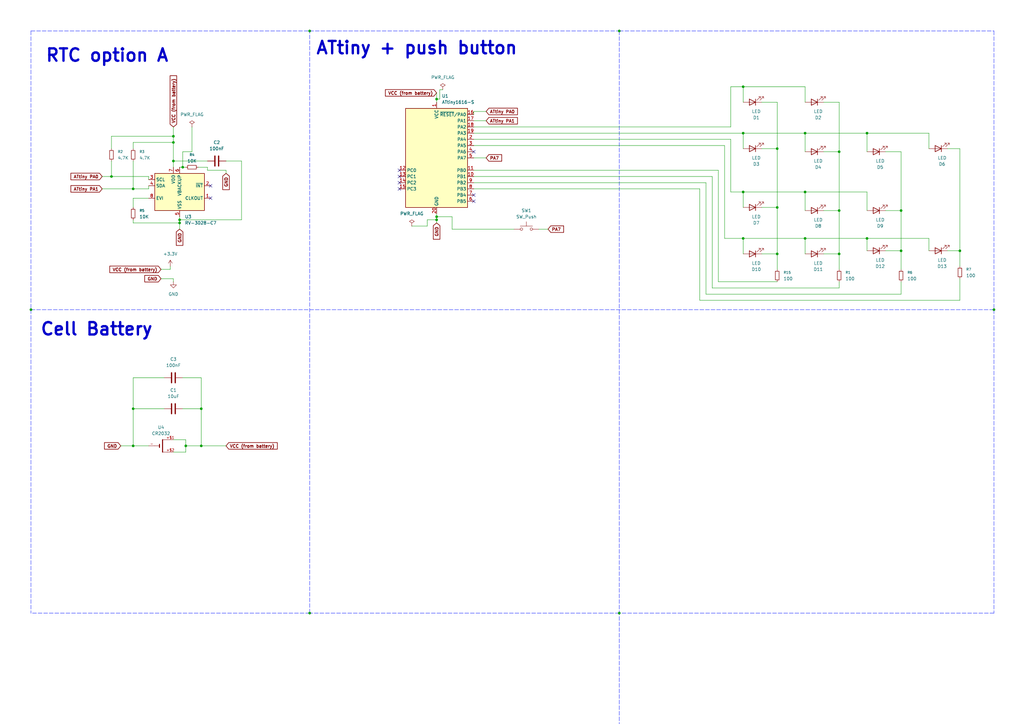
<source format=kicad_sch>
(kicad_sch
	(version 20250114)
	(generator "eeschema")
	(generator_version "9.0")
	(uuid "1f1da517-0bc6-4da4-a523-9bc115a491c4")
	(paper "A3")
	(title_block
		(title "Digital watch")
		(date "2025-10-08")
		(rev "1.0")
		(company "moizZM")
	)
	(lib_symbols
		(symbol "CR2032:CR2032"
			(pin_names
				(offset 1.016)
			)
			(exclude_from_sim no)
			(in_bom yes)
			(on_board yes)
			(property "Reference" "U"
				(at -1.27 3.175 0)
				(effects
					(font
						(size 1.27 1.27)
					)
					(justify left bottom)
				)
			)
			(property "Value" "CR2032"
				(at -1.27 -5.08 0)
				(effects
					(font
						(size 1.27 1.27)
					)
					(justify left bottom)
				)
			)
			(property "Footprint" ""
				(at 0 0 0)
				(effects
					(font
						(size 1.27 1.27)
					)
					(hide yes)
				)
			)
			(property "Datasheet" ""
				(at 0 0 0)
				(effects
					(font
						(size 1.27 1.27)
					)
					(hide yes)
				)
			)
			(property "Description" ""
				(at 0 0 0)
				(effects
					(font
						(size 1.27 1.27)
					)
					(hide yes)
				)
			)
			(property "MF" "FDK America, Inc., a member of Fujitsu Group"
				(at 0 0 0)
				(effects
					(font
						(size 1.27 1.27)
					)
					(justify bottom)
					(hide yes)
				)
			)
			(property "Description_1" "Coin, 20.0mm Lithium Manganese Dioxide 3 V Battery Non-Rechargeable (Primary)"
				(at 0 0 0)
				(effects
					(font
						(size 1.27 1.27)
					)
					(justify bottom)
					(hide yes)
				)
			)
			(property "Package" "FDK America, Inc., a member of Fujitsu Group"
				(at 0 0 0)
				(effects
					(font
						(size 1.27 1.27)
					)
					(justify bottom)
					(hide yes)
				)
			)
			(property "Price" "None"
				(at 0 0 0)
				(effects
					(font
						(size 1.27 1.27)
					)
					(justify bottom)
					(hide yes)
				)
			)
			(property "SnapEDA_Link" "https://www.snapeda.com/parts/CR2032/FDK/view-part/?ref=snap"
				(at 0 0 0)
				(effects
					(font
						(size 1.27 1.27)
					)
					(justify bottom)
					(hide yes)
				)
			)
			(property "MP" "CR2032"
				(at 0 0 0)
				(effects
					(font
						(size 1.27 1.27)
					)
					(justify bottom)
					(hide yes)
				)
			)
			(property "Availability" "In Stock"
				(at 0 0 0)
				(effects
					(font
						(size 1.27 1.27)
					)
					(justify bottom)
					(hide yes)
				)
			)
			(property "Check_prices" "https://www.snapeda.com/parts/CR2032/FDK/view-part/?ref=eda"
				(at 0 0 0)
				(effects
					(font
						(size 1.27 1.27)
					)
					(justify bottom)
					(hide yes)
				)
			)
			(symbol "CR2032_0_0"
				(polyline
					(pts
						(xy -2.54 0) (xy -0.635 0)
					)
					(stroke
						(width 0.1524)
						(type default)
					)
					(fill
						(type none)
					)
				)
				(polyline
					(pts
						(xy -0.635 0.635) (xy -0.635 0)
					)
					(stroke
						(width 0.4064)
						(type default)
					)
					(fill
						(type none)
					)
				)
				(polyline
					(pts
						(xy -0.635 0) (xy -0.635 -0.635)
					)
					(stroke
						(width 0.4064)
						(type default)
					)
					(fill
						(type none)
					)
				)
				(polyline
					(pts
						(xy 0.635 2.54) (xy 0.635 -2.54)
					)
					(stroke
						(width 0.4064)
						(type default)
					)
					(fill
						(type none)
					)
				)
				(polyline
					(pts
						(xy 0.635 2.54) (xy 2.54 2.54)
					)
					(stroke
						(width 0.1524)
						(type default)
					)
					(fill
						(type none)
					)
				)
				(polyline
					(pts
						(xy 0.635 -2.54) (xy 2.54 -2.54)
					)
					(stroke
						(width 0.1524)
						(type default)
					)
					(fill
						(type none)
					)
				)
				(pin passive line
					(at -5.08 0 0)
					(length 2.54)
					(name "~"
						(effects
							(font
								(size 1.016 1.016)
							)
						)
					)
					(number "-"
						(effects
							(font
								(size 1.016 1.016)
							)
						)
					)
				)
				(pin passive line
					(at 5.08 2.54 180)
					(length 2.54)
					(name "~"
						(effects
							(font
								(size 1.016 1.016)
							)
						)
					)
					(number "+$1"
						(effects
							(font
								(size 1.016 1.016)
							)
						)
					)
				)
				(pin passive line
					(at 5.08 -2.54 180)
					(length 2.54)
					(name "~"
						(effects
							(font
								(size 1.016 1.016)
							)
						)
					)
					(number "+$2"
						(effects
							(font
								(size 1.016 1.016)
							)
						)
					)
				)
			)
			(embedded_fonts no)
		)
		(symbol "Device:C"
			(pin_numbers
				(hide yes)
			)
			(pin_names
				(offset 0.254)
			)
			(exclude_from_sim no)
			(in_bom yes)
			(on_board yes)
			(property "Reference" "C"
				(at 0.635 2.54 0)
				(effects
					(font
						(size 1.27 1.27)
					)
					(justify left)
				)
			)
			(property "Value" "C"
				(at 0.635 -2.54 0)
				(effects
					(font
						(size 1.27 1.27)
					)
					(justify left)
				)
			)
			(property "Footprint" ""
				(at 0.9652 -3.81 0)
				(effects
					(font
						(size 1.27 1.27)
					)
					(hide yes)
				)
			)
			(property "Datasheet" "~"
				(at 0 0 0)
				(effects
					(font
						(size 1.27 1.27)
					)
					(hide yes)
				)
			)
			(property "Description" "Unpolarized capacitor"
				(at 0 0 0)
				(effects
					(font
						(size 1.27 1.27)
					)
					(hide yes)
				)
			)
			(property "ki_keywords" "cap capacitor"
				(at 0 0 0)
				(effects
					(font
						(size 1.27 1.27)
					)
					(hide yes)
				)
			)
			(property "ki_fp_filters" "C_*"
				(at 0 0 0)
				(effects
					(font
						(size 1.27 1.27)
					)
					(hide yes)
				)
			)
			(symbol "C_0_1"
				(polyline
					(pts
						(xy -2.032 0.762) (xy 2.032 0.762)
					)
					(stroke
						(width 0.508)
						(type default)
					)
					(fill
						(type none)
					)
				)
				(polyline
					(pts
						(xy -2.032 -0.762) (xy 2.032 -0.762)
					)
					(stroke
						(width 0.508)
						(type default)
					)
					(fill
						(type none)
					)
				)
			)
			(symbol "C_1_1"
				(pin passive line
					(at 0 3.81 270)
					(length 2.794)
					(name "~"
						(effects
							(font
								(size 1.27 1.27)
							)
						)
					)
					(number "1"
						(effects
							(font
								(size 1.27 1.27)
							)
						)
					)
				)
				(pin passive line
					(at 0 -3.81 90)
					(length 2.794)
					(name "~"
						(effects
							(font
								(size 1.27 1.27)
							)
						)
					)
					(number "2"
						(effects
							(font
								(size 1.27 1.27)
							)
						)
					)
				)
			)
			(embedded_fonts no)
		)
		(symbol "Device:LED"
			(pin_numbers
				(hide yes)
			)
			(pin_names
				(offset 1.016)
				(hide yes)
			)
			(exclude_from_sim no)
			(in_bom yes)
			(on_board yes)
			(property "Reference" "D"
				(at 0 2.54 0)
				(effects
					(font
						(size 1.27 1.27)
					)
				)
			)
			(property "Value" "LED"
				(at 0 -2.54 0)
				(effects
					(font
						(size 1.27 1.27)
					)
				)
			)
			(property "Footprint" ""
				(at 0 0 0)
				(effects
					(font
						(size 1.27 1.27)
					)
					(hide yes)
				)
			)
			(property "Datasheet" "~"
				(at 0 0 0)
				(effects
					(font
						(size 1.27 1.27)
					)
					(hide yes)
				)
			)
			(property "Description" "Light emitting diode"
				(at 0 0 0)
				(effects
					(font
						(size 1.27 1.27)
					)
					(hide yes)
				)
			)
			(property "Sim.Pins" "1=K 2=A"
				(at 0 0 0)
				(effects
					(font
						(size 1.27 1.27)
					)
					(hide yes)
				)
			)
			(property "ki_keywords" "LED diode"
				(at 0 0 0)
				(effects
					(font
						(size 1.27 1.27)
					)
					(hide yes)
				)
			)
			(property "ki_fp_filters" "LED* LED_SMD:* LED_THT:*"
				(at 0 0 0)
				(effects
					(font
						(size 1.27 1.27)
					)
					(hide yes)
				)
			)
			(symbol "LED_0_1"
				(polyline
					(pts
						(xy -3.048 -0.762) (xy -4.572 -2.286) (xy -3.81 -2.286) (xy -4.572 -2.286) (xy -4.572 -1.524)
					)
					(stroke
						(width 0)
						(type default)
					)
					(fill
						(type none)
					)
				)
				(polyline
					(pts
						(xy -1.778 -0.762) (xy -3.302 -2.286) (xy -2.54 -2.286) (xy -3.302 -2.286) (xy -3.302 -1.524)
					)
					(stroke
						(width 0)
						(type default)
					)
					(fill
						(type none)
					)
				)
				(polyline
					(pts
						(xy -1.27 0) (xy 1.27 0)
					)
					(stroke
						(width 0)
						(type default)
					)
					(fill
						(type none)
					)
				)
				(polyline
					(pts
						(xy -1.27 -1.27) (xy -1.27 1.27)
					)
					(stroke
						(width 0.254)
						(type default)
					)
					(fill
						(type none)
					)
				)
				(polyline
					(pts
						(xy 1.27 -1.27) (xy 1.27 1.27) (xy -1.27 0) (xy 1.27 -1.27)
					)
					(stroke
						(width 0.254)
						(type default)
					)
					(fill
						(type none)
					)
				)
			)
			(symbol "LED_1_1"
				(pin passive line
					(at -3.81 0 0)
					(length 2.54)
					(name "K"
						(effects
							(font
								(size 1.27 1.27)
							)
						)
					)
					(number "1"
						(effects
							(font
								(size 1.27 1.27)
							)
						)
					)
				)
				(pin passive line
					(at 3.81 0 180)
					(length 2.54)
					(name "A"
						(effects
							(font
								(size 1.27 1.27)
							)
						)
					)
					(number "2"
						(effects
							(font
								(size 1.27 1.27)
							)
						)
					)
				)
			)
			(embedded_fonts no)
		)
		(symbol "Device:R_Small"
			(pin_numbers
				(hide yes)
			)
			(pin_names
				(offset 0.254)
				(hide yes)
			)
			(exclude_from_sim no)
			(in_bom yes)
			(on_board yes)
			(property "Reference" "R"
				(at 0 0 90)
				(effects
					(font
						(size 1.016 1.016)
					)
				)
			)
			(property "Value" "R_Small"
				(at 1.778 0 90)
				(effects
					(font
						(size 1.27 1.27)
					)
				)
			)
			(property "Footprint" ""
				(at 0 0 0)
				(effects
					(font
						(size 1.27 1.27)
					)
					(hide yes)
				)
			)
			(property "Datasheet" "~"
				(at 0 0 0)
				(effects
					(font
						(size 1.27 1.27)
					)
					(hide yes)
				)
			)
			(property "Description" "Resistor, small symbol"
				(at 0 0 0)
				(effects
					(font
						(size 1.27 1.27)
					)
					(hide yes)
				)
			)
			(property "ki_keywords" "R resistor"
				(at 0 0 0)
				(effects
					(font
						(size 1.27 1.27)
					)
					(hide yes)
				)
			)
			(property "ki_fp_filters" "R_*"
				(at 0 0 0)
				(effects
					(font
						(size 1.27 1.27)
					)
					(hide yes)
				)
			)
			(symbol "R_Small_0_1"
				(rectangle
					(start -0.762 1.778)
					(end 0.762 -1.778)
					(stroke
						(width 0.2032)
						(type default)
					)
					(fill
						(type none)
					)
				)
			)
			(symbol "R_Small_1_1"
				(pin passive line
					(at 0 2.54 270)
					(length 0.762)
					(name "~"
						(effects
							(font
								(size 1.27 1.27)
							)
						)
					)
					(number "1"
						(effects
							(font
								(size 1.27 1.27)
							)
						)
					)
				)
				(pin passive line
					(at 0 -2.54 90)
					(length 0.762)
					(name "~"
						(effects
							(font
								(size 1.27 1.27)
							)
						)
					)
					(number "2"
						(effects
							(font
								(size 1.27 1.27)
							)
						)
					)
				)
			)
			(embedded_fonts no)
		)
		(symbol "MCU_Microchip_ATtiny:ATtiny1616-S"
			(exclude_from_sim no)
			(in_bom yes)
			(on_board yes)
			(property "Reference" "U"
				(at -12.7 21.59 0)
				(effects
					(font
						(size 1.27 1.27)
					)
					(justify left bottom)
				)
			)
			(property "Value" "ATtiny1616-S"
				(at 2.54 -21.59 0)
				(effects
					(font
						(size 1.27 1.27)
					)
					(justify left top)
				)
			)
			(property "Footprint" "Package_SO:SOIC-20W_7.5x12.8mm_P1.27mm"
				(at 0 0 0)
				(effects
					(font
						(size 1.27 1.27)
						(italic yes)
					)
					(hide yes)
				)
			)
			(property "Datasheet" "http://ww1.microchip.com/downloads/en/DeviceDoc/ATtiny3216_ATtiny1616-data-sheet-40001997B.pdf"
				(at 0 0 0)
				(effects
					(font
						(size 1.27 1.27)
					)
					(hide yes)
				)
			)
			(property "Description" "20MHz, 16kB Flash, 2kB SRAM, 256B EEPROM, SOIC-20"
				(at 0 0 0)
				(effects
					(font
						(size 1.27 1.27)
					)
					(hide yes)
				)
			)
			(property "ki_keywords" "AVR 8bit Microcontroller tinyAVR"
				(at 0 0 0)
				(effects
					(font
						(size 1.27 1.27)
					)
					(hide yes)
				)
			)
			(property "ki_fp_filters" "SOIC*7.5x12.8mm*P1.27mm*"
				(at 0 0 0)
				(effects
					(font
						(size 1.27 1.27)
					)
					(hide yes)
				)
			)
			(symbol "ATtiny1616-S_0_1"
				(rectangle
					(start -12.7 -20.32)
					(end 12.7 20.32)
					(stroke
						(width 0.254)
						(type default)
					)
					(fill
						(type background)
					)
				)
			)
			(symbol "ATtiny1616-S_1_1"
				(pin bidirectional line
					(at -15.24 -5.08 0)
					(length 2.54)
					(name "PC0"
						(effects
							(font
								(size 1.27 1.27)
							)
						)
					)
					(number "12"
						(effects
							(font
								(size 1.27 1.27)
							)
						)
					)
				)
				(pin bidirectional line
					(at -15.24 -7.62 0)
					(length 2.54)
					(name "PC1"
						(effects
							(font
								(size 1.27 1.27)
							)
						)
					)
					(number "13"
						(effects
							(font
								(size 1.27 1.27)
							)
						)
					)
				)
				(pin bidirectional line
					(at -15.24 -10.16 0)
					(length 2.54)
					(name "PC2"
						(effects
							(font
								(size 1.27 1.27)
							)
						)
					)
					(number "14"
						(effects
							(font
								(size 1.27 1.27)
							)
						)
					)
				)
				(pin bidirectional line
					(at -15.24 -12.7 0)
					(length 2.54)
					(name "PC3"
						(effects
							(font
								(size 1.27 1.27)
							)
						)
					)
					(number "15"
						(effects
							(font
								(size 1.27 1.27)
							)
						)
					)
				)
				(pin power_in line
					(at 0 22.86 270)
					(length 2.54)
					(name "VCC"
						(effects
							(font
								(size 1.27 1.27)
							)
						)
					)
					(number "1"
						(effects
							(font
								(size 1.27 1.27)
							)
						)
					)
				)
				(pin power_in line
					(at 0 -22.86 90)
					(length 2.54)
					(name "GND"
						(effects
							(font
								(size 1.27 1.27)
							)
						)
					)
					(number "20"
						(effects
							(font
								(size 1.27 1.27)
							)
						)
					)
				)
				(pin bidirectional line
					(at 15.24 17.78 180)
					(length 2.54)
					(name "~{RESET}/PA0"
						(effects
							(font
								(size 1.27 1.27)
							)
						)
					)
					(number "16"
						(effects
							(font
								(size 1.27 1.27)
							)
						)
					)
				)
				(pin bidirectional line
					(at 15.24 15.24 180)
					(length 2.54)
					(name "PA1"
						(effects
							(font
								(size 1.27 1.27)
							)
						)
					)
					(number "17"
						(effects
							(font
								(size 1.27 1.27)
							)
						)
					)
				)
				(pin bidirectional line
					(at 15.24 12.7 180)
					(length 2.54)
					(name "PA2"
						(effects
							(font
								(size 1.27 1.27)
							)
						)
					)
					(number "18"
						(effects
							(font
								(size 1.27 1.27)
							)
						)
					)
				)
				(pin bidirectional line
					(at 15.24 10.16 180)
					(length 2.54)
					(name "PA3"
						(effects
							(font
								(size 1.27 1.27)
							)
						)
					)
					(number "19"
						(effects
							(font
								(size 1.27 1.27)
							)
						)
					)
				)
				(pin bidirectional line
					(at 15.24 7.62 180)
					(length 2.54)
					(name "PA4"
						(effects
							(font
								(size 1.27 1.27)
							)
						)
					)
					(number "2"
						(effects
							(font
								(size 1.27 1.27)
							)
						)
					)
				)
				(pin bidirectional line
					(at 15.24 5.08 180)
					(length 2.54)
					(name "PA5"
						(effects
							(font
								(size 1.27 1.27)
							)
						)
					)
					(number "3"
						(effects
							(font
								(size 1.27 1.27)
							)
						)
					)
				)
				(pin bidirectional line
					(at 15.24 2.54 180)
					(length 2.54)
					(name "PA6"
						(effects
							(font
								(size 1.27 1.27)
							)
						)
					)
					(number "4"
						(effects
							(font
								(size 1.27 1.27)
							)
						)
					)
				)
				(pin bidirectional line
					(at 15.24 0 180)
					(length 2.54)
					(name "PA7"
						(effects
							(font
								(size 1.27 1.27)
							)
						)
					)
					(number "5"
						(effects
							(font
								(size 1.27 1.27)
							)
						)
					)
				)
				(pin bidirectional line
					(at 15.24 -5.08 180)
					(length 2.54)
					(name "PB0"
						(effects
							(font
								(size 1.27 1.27)
							)
						)
					)
					(number "11"
						(effects
							(font
								(size 1.27 1.27)
							)
						)
					)
				)
				(pin bidirectional line
					(at 15.24 -7.62 180)
					(length 2.54)
					(name "PB1"
						(effects
							(font
								(size 1.27 1.27)
							)
						)
					)
					(number "10"
						(effects
							(font
								(size 1.27 1.27)
							)
						)
					)
				)
				(pin bidirectional line
					(at 15.24 -10.16 180)
					(length 2.54)
					(name "PB2"
						(effects
							(font
								(size 1.27 1.27)
							)
						)
					)
					(number "9"
						(effects
							(font
								(size 1.27 1.27)
							)
						)
					)
				)
				(pin bidirectional line
					(at 15.24 -12.7 180)
					(length 2.54)
					(name "PB3"
						(effects
							(font
								(size 1.27 1.27)
							)
						)
					)
					(number "8"
						(effects
							(font
								(size 1.27 1.27)
							)
						)
					)
				)
				(pin bidirectional line
					(at 15.24 -15.24 180)
					(length 2.54)
					(name "PB4"
						(effects
							(font
								(size 1.27 1.27)
							)
						)
					)
					(number "7"
						(effects
							(font
								(size 1.27 1.27)
							)
						)
					)
				)
				(pin bidirectional line
					(at 15.24 -17.78 180)
					(length 2.54)
					(name "PB5"
						(effects
							(font
								(size 1.27 1.27)
							)
						)
					)
					(number "6"
						(effects
							(font
								(size 1.27 1.27)
							)
						)
					)
				)
			)
			(embedded_fonts no)
		)
		(symbol "Switch:SW_Push"
			(pin_numbers
				(hide yes)
			)
			(pin_names
				(offset 1.016)
				(hide yes)
			)
			(exclude_from_sim no)
			(in_bom yes)
			(on_board yes)
			(property "Reference" "SW"
				(at 1.27 2.54 0)
				(effects
					(font
						(size 1.27 1.27)
					)
					(justify left)
				)
			)
			(property "Value" "SW_Push"
				(at 0 -1.524 0)
				(effects
					(font
						(size 1.27 1.27)
					)
				)
			)
			(property "Footprint" ""
				(at 0 5.08 0)
				(effects
					(font
						(size 1.27 1.27)
					)
					(hide yes)
				)
			)
			(property "Datasheet" "~"
				(at 0 5.08 0)
				(effects
					(font
						(size 1.27 1.27)
					)
					(hide yes)
				)
			)
			(property "Description" "Push button switch, generic, two pins"
				(at 0 0 0)
				(effects
					(font
						(size 1.27 1.27)
					)
					(hide yes)
				)
			)
			(property "ki_keywords" "switch normally-open pushbutton push-button"
				(at 0 0 0)
				(effects
					(font
						(size 1.27 1.27)
					)
					(hide yes)
				)
			)
			(symbol "SW_Push_0_1"
				(circle
					(center -2.032 0)
					(radius 0.508)
					(stroke
						(width 0)
						(type default)
					)
					(fill
						(type none)
					)
				)
				(polyline
					(pts
						(xy 0 1.27) (xy 0 3.048)
					)
					(stroke
						(width 0)
						(type default)
					)
					(fill
						(type none)
					)
				)
				(circle
					(center 2.032 0)
					(radius 0.508)
					(stroke
						(width 0)
						(type default)
					)
					(fill
						(type none)
					)
				)
				(polyline
					(pts
						(xy 2.54 1.27) (xy -2.54 1.27)
					)
					(stroke
						(width 0)
						(type default)
					)
					(fill
						(type none)
					)
				)
				(pin passive line
					(at -5.08 0 0)
					(length 2.54)
					(name "1"
						(effects
							(font
								(size 1.27 1.27)
							)
						)
					)
					(number "1"
						(effects
							(font
								(size 1.27 1.27)
							)
						)
					)
				)
				(pin passive line
					(at 5.08 0 180)
					(length 2.54)
					(name "2"
						(effects
							(font
								(size 1.27 1.27)
							)
						)
					)
					(number "2"
						(effects
							(font
								(size 1.27 1.27)
							)
						)
					)
				)
			)
			(embedded_fonts no)
		)
		(symbol "Timer_RTC:RV-3028-C7"
			(exclude_from_sim no)
			(in_bom yes)
			(on_board yes)
			(property "Reference" "U"
				(at -8.89 8.89 0)
				(effects
					(font
						(size 1.27 1.27)
					)
				)
			)
			(property "Value" "RV-3028-C7"
				(at 7.62 8.89 0)
				(effects
					(font
						(size 1.27 1.27)
					)
				)
			)
			(property "Footprint" "Package_SON:MicroCrystal_C7_SON-8_1.5x3.2mm_P0.9mm"
				(at 25.4 -8.89 0)
				(effects
					(font
						(size 1.27 1.27)
					)
					(hide yes)
				)
			)
			(property "Datasheet" "https://www.microcrystal.com/fileadmin/Media/Products/RTC/Datasheet/RV-3028-C7.pdf"
				(at 0 0 0)
				(effects
					(font
						(size 1.27 1.27)
					)
					(hide yes)
				)
			)
			(property "Description" "Realtime Clock/Calendar I2C Interface, Extreme Low Power, 1.1 V to 5.5 V, MicroCrystal C7"
				(at 0 0 0)
				(effects
					(font
						(size 1.27 1.27)
					)
					(hide yes)
				)
			)
			(property "ki_keywords" "Low-power RTC I2C"
				(at 0 0 0)
				(effects
					(font
						(size 1.27 1.27)
					)
					(hide yes)
				)
			)
			(property "ki_fp_filters" "MicroCrystal*C7*1.5x3.2mm*"
				(at 0 0 0)
				(effects
					(font
						(size 1.27 1.27)
					)
					(hide yes)
				)
			)
			(symbol "RV-3028-C7_0_1"
				(rectangle
					(start -10.16 7.62)
					(end 10.16 -7.62)
					(stroke
						(width 0.254)
						(type default)
					)
					(fill
						(type background)
					)
				)
			)
			(symbol "RV-3028-C7_1_1"
				(pin input line
					(at -12.7 5.08 0)
					(length 2.54)
					(name "SCL"
						(effects
							(font
								(size 1.27 1.27)
							)
						)
					)
					(number "3"
						(effects
							(font
								(size 1.27 1.27)
							)
						)
					)
				)
				(pin bidirectional line
					(at -12.7 2.54 0)
					(length 2.54)
					(name "SDA"
						(effects
							(font
								(size 1.27 1.27)
							)
						)
					)
					(number "4"
						(effects
							(font
								(size 1.27 1.27)
							)
						)
					)
				)
				(pin input line
					(at -12.7 -2.54 0)
					(length 2.54)
					(name "EVI"
						(effects
							(font
								(size 1.27 1.27)
							)
						)
					)
					(number "8"
						(effects
							(font
								(size 1.27 1.27)
							)
						)
					)
				)
				(pin power_in line
					(at -2.54 10.16 270)
					(length 2.54)
					(name "VDD"
						(effects
							(font
								(size 1.27 1.27)
							)
						)
					)
					(number "7"
						(effects
							(font
								(size 1.27 1.27)
							)
						)
					)
				)
				(pin power_in line
					(at 0 10.16 270)
					(length 2.54)
					(name "VBACKUP"
						(effects
							(font
								(size 1.27 1.27)
							)
						)
					)
					(number "6"
						(effects
							(font
								(size 1.27 1.27)
							)
						)
					)
				)
				(pin power_in line
					(at 0 -10.16 90)
					(length 2.54)
					(name "VSS"
						(effects
							(font
								(size 1.27 1.27)
							)
						)
					)
					(number "5"
						(effects
							(font
								(size 1.27 1.27)
							)
						)
					)
				)
				(pin open_collector line
					(at 12.7 2.54 180)
					(length 2.54)
					(name "~{INT}"
						(effects
							(font
								(size 1.27 1.27)
							)
						)
					)
					(number "2"
						(effects
							(font
								(size 1.27 1.27)
							)
						)
					)
				)
				(pin output line
					(at 12.7 -2.54 180)
					(length 2.54)
					(name "CLKOUT"
						(effects
							(font
								(size 1.27 1.27)
							)
						)
					)
					(number "1"
						(effects
							(font
								(size 1.27 1.27)
							)
						)
					)
				)
			)
			(embedded_fonts no)
		)
		(symbol "power:+3.3V"
			(power)
			(pin_numbers
				(hide yes)
			)
			(pin_names
				(offset 0)
				(hide yes)
			)
			(exclude_from_sim no)
			(in_bom yes)
			(on_board yes)
			(property "Reference" "#PWR"
				(at 0 -3.81 0)
				(effects
					(font
						(size 1.27 1.27)
					)
					(hide yes)
				)
			)
			(property "Value" "+3.3V"
				(at 0 3.556 0)
				(effects
					(font
						(size 1.27 1.27)
					)
				)
			)
			(property "Footprint" ""
				(at 0 0 0)
				(effects
					(font
						(size 1.27 1.27)
					)
					(hide yes)
				)
			)
			(property "Datasheet" ""
				(at 0 0 0)
				(effects
					(font
						(size 1.27 1.27)
					)
					(hide yes)
				)
			)
			(property "Description" "Power symbol creates a global label with name \"+3.3V\""
				(at 0 0 0)
				(effects
					(font
						(size 1.27 1.27)
					)
					(hide yes)
				)
			)
			(property "ki_keywords" "global power"
				(at 0 0 0)
				(effects
					(font
						(size 1.27 1.27)
					)
					(hide yes)
				)
			)
			(symbol "+3.3V_0_1"
				(polyline
					(pts
						(xy -0.762 1.27) (xy 0 2.54)
					)
					(stroke
						(width 0)
						(type default)
					)
					(fill
						(type none)
					)
				)
				(polyline
					(pts
						(xy 0 2.54) (xy 0.762 1.27)
					)
					(stroke
						(width 0)
						(type default)
					)
					(fill
						(type none)
					)
				)
				(polyline
					(pts
						(xy 0 0) (xy 0 2.54)
					)
					(stroke
						(width 0)
						(type default)
					)
					(fill
						(type none)
					)
				)
			)
			(symbol "+3.3V_1_1"
				(pin power_in line
					(at 0 0 90)
					(length 0)
					(name "~"
						(effects
							(font
								(size 1.27 1.27)
							)
						)
					)
					(number "1"
						(effects
							(font
								(size 1.27 1.27)
							)
						)
					)
				)
			)
			(embedded_fonts no)
		)
		(symbol "power:GND"
			(power)
			(pin_numbers
				(hide yes)
			)
			(pin_names
				(offset 0)
				(hide yes)
			)
			(exclude_from_sim no)
			(in_bom yes)
			(on_board yes)
			(property "Reference" "#PWR"
				(at 0 -6.35 0)
				(effects
					(font
						(size 1.27 1.27)
					)
					(hide yes)
				)
			)
			(property "Value" "GND"
				(at 0 -3.81 0)
				(effects
					(font
						(size 1.27 1.27)
					)
				)
			)
			(property "Footprint" ""
				(at 0 0 0)
				(effects
					(font
						(size 1.27 1.27)
					)
					(hide yes)
				)
			)
			(property "Datasheet" ""
				(at 0 0 0)
				(effects
					(font
						(size 1.27 1.27)
					)
					(hide yes)
				)
			)
			(property "Description" "Power symbol creates a global label with name \"GND\" , ground"
				(at 0 0 0)
				(effects
					(font
						(size 1.27 1.27)
					)
					(hide yes)
				)
			)
			(property "ki_keywords" "global power"
				(at 0 0 0)
				(effects
					(font
						(size 1.27 1.27)
					)
					(hide yes)
				)
			)
			(symbol "GND_0_1"
				(polyline
					(pts
						(xy 0 0) (xy 0 -1.27) (xy 1.27 -1.27) (xy 0 -2.54) (xy -1.27 -1.27) (xy 0 -1.27)
					)
					(stroke
						(width 0)
						(type default)
					)
					(fill
						(type none)
					)
				)
			)
			(symbol "GND_1_1"
				(pin power_in line
					(at 0 0 270)
					(length 0)
					(name "~"
						(effects
							(font
								(size 1.27 1.27)
							)
						)
					)
					(number "1"
						(effects
							(font
								(size 1.27 1.27)
							)
						)
					)
				)
			)
			(embedded_fonts no)
		)
		(symbol "power:PWR_FLAG"
			(power)
			(pin_numbers
				(hide yes)
			)
			(pin_names
				(offset 0)
				(hide yes)
			)
			(exclude_from_sim no)
			(in_bom yes)
			(on_board yes)
			(property "Reference" "#FLG"
				(at 0 1.905 0)
				(effects
					(font
						(size 1.27 1.27)
					)
					(hide yes)
				)
			)
			(property "Value" "PWR_FLAG"
				(at 0 3.81 0)
				(effects
					(font
						(size 1.27 1.27)
					)
				)
			)
			(property "Footprint" ""
				(at 0 0 0)
				(effects
					(font
						(size 1.27 1.27)
					)
					(hide yes)
				)
			)
			(property "Datasheet" "~"
				(at 0 0 0)
				(effects
					(font
						(size 1.27 1.27)
					)
					(hide yes)
				)
			)
			(property "Description" "Special symbol for telling ERC where power comes from"
				(at 0 0 0)
				(effects
					(font
						(size 1.27 1.27)
					)
					(hide yes)
				)
			)
			(property "ki_keywords" "flag power"
				(at 0 0 0)
				(effects
					(font
						(size 1.27 1.27)
					)
					(hide yes)
				)
			)
			(symbol "PWR_FLAG_0_0"
				(pin power_out line
					(at 0 0 90)
					(length 0)
					(name "~"
						(effects
							(font
								(size 1.27 1.27)
							)
						)
					)
					(number "1"
						(effects
							(font
								(size 1.27 1.27)
							)
						)
					)
				)
			)
			(symbol "PWR_FLAG_0_1"
				(polyline
					(pts
						(xy 0 0) (xy 0 1.27) (xy -1.016 1.905) (xy 0 2.54) (xy 1.016 1.905) (xy 0 1.27)
					)
					(stroke
						(width 0)
						(type default)
					)
					(fill
						(type none)
					)
				)
			)
			(embedded_fonts no)
		)
	)
	(text "ATtiny + push button\n"
		(exclude_from_sim no)
		(at 170.942 19.812 0)
		(effects
			(font
				(size 5.08 5.08)
				(thickness 0.9525)
			)
		)
		(uuid "2dc72ff1-d99a-498a-bec6-6cf9660cc5a6")
	)
	(text "RTC option A\n"
		(exclude_from_sim no)
		(at 43.942 22.86 0)
		(effects
			(font
				(size 5.08 5.08)
				(thickness 0.9525)
			)
		)
		(uuid "ba7b7cbc-0a46-4fbf-bf20-907c5cdc9eb2")
	)
	(text "Cell Battery"
		(exclude_from_sim no)
		(at 39.624 135.128 0)
		(effects
			(font
				(size 5.08 5.08)
				(thickness 0.9525)
			)
		)
		(uuid "df1b3f85-de43-4375-9e08-a9f1275592c2")
	)
	(junction
		(at 393.7 102.87)
		(diameter 0)
		(color 0 0 0 0)
		(uuid "0e7f54fa-8279-458d-b94c-b059c9def197")
	)
	(junction
		(at 355.6 54.61)
		(diameter 0)
		(color 0 0 0 0)
		(uuid "16362b9f-2b25-4d77-9eb5-d8e0e3e998c4")
	)
	(junction
		(at 179.07 40.64)
		(diameter 0)
		(color 0 0 0 0)
		(uuid "2531d8e9-7237-4c12-adf7-2c6ec5257de0")
	)
	(junction
		(at 179.07 88.9)
		(diameter 0)
		(color 0 0 0 0)
		(uuid "2d02e7a6-9b85-42bd-b5e3-46c3a3a87323")
	)
	(junction
		(at 254 251.46)
		(diameter 0)
		(color 0 0 0 0)
		(uuid "40fd635f-364c-46d7-8236-fe34479abf10")
	)
	(junction
		(at 45.72 72.39)
		(diameter 0)
		(color 0 0 0 0)
		(uuid "4124da09-120c-44df-8223-c43b87007e2c")
	)
	(junction
		(at 369.57 86.36)
		(diameter 0)
		(color 0 0 0 0)
		(uuid "49e8a5eb-d3c6-4713-9a6d-a2a47a665a3c")
	)
	(junction
		(at 369.57 102.87)
		(diameter 0)
		(color 0 0 0 0)
		(uuid "58359403-78c1-406f-bed7-d655ee88fa1a")
	)
	(junction
		(at 179.07 90.17)
		(diameter 0)
		(color 0 0 0 0)
		(uuid "5f4c3533-908c-4e1d-88a9-5272e35379b4")
	)
	(junction
		(at 355.6 97.79)
		(diameter 0)
		(color 0 0 0 0)
		(uuid "621a9da1-23aa-4f30-887c-3cbdc56c717d")
	)
	(junction
		(at 318.77 104.14)
		(diameter 0)
		(color 0 0 0 0)
		(uuid "697722fe-cc0f-4870-b4f8-1a5c38cd0fd0")
	)
	(junction
		(at 71.12 58.42)
		(diameter 0)
		(color 0 0 0 0)
		(uuid "6a7539ca-849f-4ad6-bb28-96351d1c3b00")
	)
	(junction
		(at 254 12.7)
		(diameter 0)
		(color 0 0 0 0)
		(uuid "7420bca7-e117-41e9-ac1f-1c304154df79")
	)
	(junction
		(at 304.8 35.56)
		(diameter 0)
		(color 0 0 0 0)
		(uuid "8571427f-0108-4719-901a-156d21627a37")
	)
	(junction
		(at 82.55 182.88)
		(diameter 0)
		(color 0 0 0 0)
		(uuid "860c9492-eaed-47de-89fd-5e3f0d18ea1a")
	)
	(junction
		(at 12.7 127)
		(diameter 0)
		(color 0 0 0 0)
		(uuid "8b0d2352-d999-44e5-9c0c-17a30f41a03c")
	)
	(junction
		(at 73.66 90.17)
		(diameter 0)
		(color 0 0 0 0)
		(uuid "8b68c24f-3e20-450b-8814-93ca17d48e63")
	)
	(junction
		(at 304.8 97.79)
		(diameter 0)
		(color 0 0 0 0)
		(uuid "96622e11-008d-4444-a3b7-a184069aa82a")
	)
	(junction
		(at 344.17 86.36)
		(diameter 0)
		(color 0 0 0 0)
		(uuid "a71f73a4-173a-4b78-9fae-ba8ae293244f")
	)
	(junction
		(at 82.55 167.64)
		(diameter 0)
		(color 0 0 0 0)
		(uuid "ad59a5a1-a5b2-4750-96b3-b7a250f53f5a")
	)
	(junction
		(at 127 12.7)
		(diameter 0)
		(color 0 0 0 0)
		(uuid "b0a11082-3671-4b1f-a954-8f5bcdffc635")
	)
	(junction
		(at 71.12 66.04)
		(diameter 0)
		(color 0 0 0 0)
		(uuid "b59d4adb-72c0-482c-be2b-f13b39d79852")
	)
	(junction
		(at 127 251.46)
		(diameter 0)
		(color 0 0 0 0)
		(uuid "b8d0b868-fdd9-4b7d-a6f2-dd812f4e926e")
	)
	(junction
		(at 318.77 85.09)
		(diameter 0)
		(color 0 0 0 0)
		(uuid "bb1d0d3d-b783-4896-b519-4c6b4c628197")
	)
	(junction
		(at 330.2 54.61)
		(diameter 0)
		(color 0 0 0 0)
		(uuid "be85d6c9-f813-4f58-89cf-2fe7319cf8fe")
	)
	(junction
		(at 74.93 68.58)
		(diameter 0)
		(color 0 0 0 0)
		(uuid "c48f20f6-03e5-490d-865e-65b63e5d22aa")
	)
	(junction
		(at 330.2 97.79)
		(diameter 0)
		(color 0 0 0 0)
		(uuid "cc0388a2-ab46-4cf6-ba2c-f0f7d9ccaf17")
	)
	(junction
		(at 304.8 78.74)
		(diameter 0)
		(color 0 0 0 0)
		(uuid "cc7ee4d8-2069-4594-badf-6c82f2cfef48")
	)
	(junction
		(at 71.12 55.88)
		(diameter 0)
		(color 0 0 0 0)
		(uuid "dc27a71a-ab32-4ec6-9155-eececaea83fd")
	)
	(junction
		(at 330.2 78.74)
		(diameter 0)
		(color 0 0 0 0)
		(uuid "dd799d25-dba5-4346-ab10-faeb505f5a79")
	)
	(junction
		(at 54.61 182.88)
		(diameter 0)
		(color 0 0 0 0)
		(uuid "e4fcb6a2-bf69-4ae4-ae3f-9ec087bb4bbc")
	)
	(junction
		(at 407.67 127)
		(diameter 0)
		(color 0 0 0 0)
		(uuid "e5fe7aa2-7189-4f1f-9d89-52bb5375f656")
	)
	(junction
		(at 54.61 77.47)
		(diameter 0)
		(color 0 0 0 0)
		(uuid "e99ceced-d037-4d1c-8f1e-f56306ee7d9c")
	)
	(junction
		(at 54.61 167.64)
		(diameter 0)
		(color 0 0 0 0)
		(uuid "f4077eb4-ca80-4020-80a5-f0f2a0f6ec87")
	)
	(junction
		(at 73.66 91.44)
		(diameter 0)
		(color 0 0 0 0)
		(uuid "f59e8d80-4f65-4fdd-b754-9550eb952ab9")
	)
	(junction
		(at 76.2 182.88)
		(diameter 0)
		(color 0 0 0 0)
		(uuid "f9032fe4-6280-443b-bf58-cd7204cad6d1")
	)
	(junction
		(at 344.17 62.23)
		(diameter 0)
		(color 0 0 0 0)
		(uuid "f9525a1e-a213-488c-856c-83fc5f930194")
	)
	(junction
		(at 344.17 104.14)
		(diameter 0)
		(color 0 0 0 0)
		(uuid "fae70a9f-3192-4bdd-b1fa-da7bb6682d6f")
	)
	(junction
		(at 318.77 60.96)
		(diameter 0)
		(color 0 0 0 0)
		(uuid "fd0c8798-dbe5-40ea-9d40-896c0859b71a")
	)
	(junction
		(at 304.8 54.61)
		(diameter 0)
		(color 0 0 0 0)
		(uuid "fe1ea175-aa5e-4185-af6a-297f97e4198e")
	)
	(no_connect
		(at 163.83 74.93)
		(uuid "099e5656-eae1-4580-892c-29ccda866223")
	)
	(no_connect
		(at 163.83 69.85)
		(uuid "34f849fa-1e07-4fb2-824a-5ed78bafd3d9")
	)
	(no_connect
		(at 194.31 82.55)
		(uuid "7508871f-bd69-4133-afc5-d765df6db653")
	)
	(no_connect
		(at 194.31 62.23)
		(uuid "77f0deed-ba85-4989-921a-4b49762fa1a5")
	)
	(no_connect
		(at 163.83 77.47)
		(uuid "a143cb2f-df89-44fd-b6a1-ee8c8821fdf6")
	)
	(no_connect
		(at 86.36 76.2)
		(uuid "c9ebd5ae-db11-482c-9098-9efcb887d326")
	)
	(no_connect
		(at 194.31 80.01)
		(uuid "ec3bce1a-3479-4c16-88d0-1cde5fd42f89")
	)
	(no_connect
		(at 163.83 72.39)
		(uuid "eef31070-61ce-4475-9904-57b6749afc85")
	)
	(no_connect
		(at 86.36 81.28)
		(uuid "fd3986d5-90fd-4d59-a549-5f41cc2f5c2d")
	)
	(wire
		(pts
			(xy 337.82 86.36) (xy 344.17 86.36)
		)
		(stroke
			(width 0)
			(type default)
		)
		(uuid "0023438a-8548-4cd9-9a51-3811ad1b6348")
	)
	(wire
		(pts
			(xy 407.67 12.7) (xy 407.67 127)
		)
		(stroke
			(width 0)
			(type dash)
			(color 0 16 255 1)
		)
		(uuid "06a9c3e1-40da-4711-bae2-fd766679dd20")
	)
	(wire
		(pts
			(xy 69.85 110.49) (xy 66.04 110.49)
		)
		(stroke
			(width 0)
			(type default)
		)
		(uuid "0935a2d6-c42e-4a31-84f3-ce48bd5874e0")
	)
	(wire
		(pts
			(xy 330.2 97.79) (xy 330.2 104.14)
		)
		(stroke
			(width 0)
			(type default)
		)
		(uuid "093f2fb8-a2e4-43df-84b6-9ed5120987bc")
	)
	(wire
		(pts
			(xy 81.28 68.58) (xy 85.09 68.58)
		)
		(stroke
			(width 0)
			(type default)
		)
		(uuid "09ded04c-90f2-4ad2-bf83-f4a67c17e18a")
	)
	(wire
		(pts
			(xy 92.71 66.04) (xy 99.06 66.04)
		)
		(stroke
			(width 0)
			(type default)
		)
		(uuid "0a94bf32-b140-48eb-a990-f03731ab4fd9")
	)
	(wire
		(pts
			(xy 78.74 62.23) (xy 74.93 62.23)
		)
		(stroke
			(width 0)
			(type default)
		)
		(uuid "0c1fc20b-f5a9-4e75-92f0-93bc46c250da")
	)
	(wire
		(pts
			(xy 337.82 62.23) (xy 344.17 62.23)
		)
		(stroke
			(width 0)
			(type default)
		)
		(uuid "0df1135e-3856-42a5-be1f-3c650270e684")
	)
	(wire
		(pts
			(xy 407.67 251.46) (xy 254 251.46)
		)
		(stroke
			(width 0)
			(type dash)
			(color 0 16 255 1)
		)
		(uuid "103bd671-d297-4fd8-a209-74736a2ad0f1")
	)
	(wire
		(pts
			(xy 355.6 86.36) (xy 355.6 78.74)
		)
		(stroke
			(width 0)
			(type default)
		)
		(uuid "111c6022-ccb4-4b8a-89c7-5022010fc799")
	)
	(wire
		(pts
			(xy 355.6 62.23) (xy 355.6 54.61)
		)
		(stroke
			(width 0)
			(type default)
		)
		(uuid "16ade7cf-9a8e-4b45-b20d-78c3d1ad8e06")
	)
	(wire
		(pts
			(xy 318.77 115.57) (xy 294.64 115.57)
		)
		(stroke
			(width 0)
			(type default)
		)
		(uuid "185e749e-123c-42ba-bd32-9bbb6943c20c")
	)
	(wire
		(pts
			(xy 287.02 123.19) (xy 287.02 77.47)
		)
		(stroke
			(width 0)
			(type default)
		)
		(uuid "18fc549e-90a6-4821-8abe-e691326a6637")
	)
	(wire
		(pts
			(xy 344.17 118.11) (xy 292.1 118.11)
		)
		(stroke
			(width 0)
			(type default)
		)
		(uuid "1c5bce79-8dfb-4467-bf62-5338b82348f3")
	)
	(wire
		(pts
			(xy 60.96 81.28) (xy 54.61 81.28)
		)
		(stroke
			(width 0)
			(type default)
		)
		(uuid "1d487e91-aa94-4885-af8f-0e552434d824")
	)
	(wire
		(pts
			(xy 82.55 167.64) (xy 82.55 182.88)
		)
		(stroke
			(width 0)
			(type default)
		)
		(uuid "1da991b9-0d70-4a5f-b4f5-59b892c95374")
	)
	(wire
		(pts
			(xy 254 251.46) (xy 127 251.46)
		)
		(stroke
			(width 0)
			(type dash)
			(color 0 16 255 1)
		)
		(uuid "1f449552-9a72-4456-a731-9ef038d7cdb8")
	)
	(wire
		(pts
			(xy 330.2 78.74) (xy 330.2 86.36)
		)
		(stroke
			(width 0)
			(type default)
		)
		(uuid "1f77ff24-87fb-460a-afaf-03bc8f413f36")
	)
	(wire
		(pts
			(xy 337.82 104.14) (xy 344.17 104.14)
		)
		(stroke
			(width 0)
			(type default)
		)
		(uuid "1f824360-5425-4f27-863c-72dd1bb2a48b")
	)
	(wire
		(pts
			(xy 66.04 114.3) (xy 71.12 114.3)
		)
		(stroke
			(width 0)
			(type default)
		)
		(uuid "25e491b6-a90e-4555-838b-143dabb113ff")
	)
	(wire
		(pts
			(xy 294.64 69.85) (xy 294.64 115.57)
		)
		(stroke
			(width 0)
			(type default)
		)
		(uuid "2671901e-818e-4da1-96df-6b84d25a01cb")
	)
	(wire
		(pts
			(xy 381 60.96) (xy 381 54.61)
		)
		(stroke
			(width 0)
			(type default)
		)
		(uuid "281d9dd9-df31-42ef-8725-c6310112115b")
	)
	(wire
		(pts
			(xy 92.71 69.85) (xy 85.09 69.85)
		)
		(stroke
			(width 0)
			(type default)
		)
		(uuid "2a5cde38-219c-435a-9350-853a8652a0bc")
	)
	(wire
		(pts
			(xy 330.2 54.61) (xy 330.2 62.23)
		)
		(stroke
			(width 0)
			(type default)
		)
		(uuid "2d2292c2-eea4-4355-8f58-6173fc8639fe")
	)
	(wire
		(pts
			(xy 185.42 88.9) (xy 179.07 88.9)
		)
		(stroke
			(width 0)
			(type default)
		)
		(uuid "30b4d787-6cb8-424f-b321-1d71878cc939")
	)
	(wire
		(pts
			(xy 60.96 77.47) (xy 60.96 76.2)
		)
		(stroke
			(width 0)
			(type default)
		)
		(uuid "338db777-2dab-40e5-aff4-f37e096ac9b5")
	)
	(wire
		(pts
			(xy 312.42 104.14) (xy 318.77 104.14)
		)
		(stroke
			(width 0)
			(type default)
		)
		(uuid "36993cdc-bd4e-42a6-94d8-8f356e1d23f0")
	)
	(wire
		(pts
			(xy 220.98 93.98) (xy 224.79 93.98)
		)
		(stroke
			(width 0)
			(type default)
		)
		(uuid "388917e3-17ae-4b89-8481-6eca0adf8942")
	)
	(wire
		(pts
			(xy 73.66 91.44) (xy 73.66 93.98)
		)
		(stroke
			(width 0)
			(type default)
		)
		(uuid "3c5d4489-9b7a-4b4a-8d17-51da4cfaa3c0")
	)
	(wire
		(pts
			(xy 304.8 97.79) (xy 330.2 97.79)
		)
		(stroke
			(width 0)
			(type default)
		)
		(uuid "3e42f6e5-9009-48b0-9ce5-31fe985f398e")
	)
	(wire
		(pts
			(xy 185.42 93.98) (xy 185.42 88.9)
		)
		(stroke
			(width 0)
			(type default)
		)
		(uuid "408e284b-df36-46f4-a171-d8f53bfc86ca")
	)
	(wire
		(pts
			(xy 45.72 60.96) (xy 45.72 55.88)
		)
		(stroke
			(width 0)
			(type default)
		)
		(uuid "40d09263-707f-4d37-8079-62e733d0e1fc")
	)
	(wire
		(pts
			(xy 299.72 78.74) (xy 299.72 57.15)
		)
		(stroke
			(width 0)
			(type default)
		)
		(uuid "414aa0d5-d6c6-42ed-a3f2-9d5025ad0148")
	)
	(wire
		(pts
			(xy 194.31 74.93) (xy 289.56 74.93)
		)
		(stroke
			(width 0)
			(type default)
		)
		(uuid "419c1b96-28c8-489c-a35b-f6b56afc90b9")
	)
	(wire
		(pts
			(xy 73.66 68.58) (xy 74.93 68.58)
		)
		(stroke
			(width 0)
			(type default)
		)
		(uuid "42813807-2325-4de0-a687-63772525228f")
	)
	(wire
		(pts
			(xy 199.39 45.72) (xy 194.31 45.72)
		)
		(stroke
			(width 0)
			(type default)
		)
		(uuid "44ebdcc9-1844-4957-b6b2-7a9b2b1aef81")
	)
	(wire
		(pts
			(xy 54.61 167.64) (xy 54.61 182.88)
		)
		(stroke
			(width 0)
			(type default)
		)
		(uuid "45221fa6-f292-4da8-9afc-7b0166b7a3f6")
	)
	(wire
		(pts
			(xy 127 12.7) (xy 254 12.7)
		)
		(stroke
			(width 0)
			(type dash)
			(color 0 16 255 1)
		)
		(uuid "45a2657e-9513-41e5-a572-26bf78889bda")
	)
	(wire
		(pts
			(xy 179.07 90.17) (xy 179.07 91.44)
		)
		(stroke
			(width 0)
			(type default)
		)
		(uuid "46a43c84-4c29-42d8-84bb-eb18fa52d63b")
	)
	(wire
		(pts
			(xy 74.93 154.94) (xy 82.55 154.94)
		)
		(stroke
			(width 0)
			(type default)
		)
		(uuid "4769655f-f3e5-4bec-a0e2-e7648e9dc572")
	)
	(wire
		(pts
			(xy 71.12 180.34) (xy 76.2 180.34)
		)
		(stroke
			(width 0)
			(type default)
		)
		(uuid "47d57556-ae18-4afd-9f50-658a6d7385b7")
	)
	(wire
		(pts
			(xy 344.17 115.57) (xy 344.17 118.11)
		)
		(stroke
			(width 0)
			(type default)
		)
		(uuid "47d81340-9af4-437f-ad56-9f8726485435")
	)
	(wire
		(pts
			(xy 318.77 85.09) (xy 318.77 104.14)
		)
		(stroke
			(width 0)
			(type default)
		)
		(uuid "48e7919d-61a6-440a-8840-61223ec12ed7")
	)
	(wire
		(pts
			(xy 54.61 58.42) (xy 71.12 58.42)
		)
		(stroke
			(width 0)
			(type default)
		)
		(uuid "49040f30-1bb4-491a-a70e-b577d46ce6be")
	)
	(wire
		(pts
			(xy 312.42 41.91) (xy 318.77 41.91)
		)
		(stroke
			(width 0)
			(type default)
		)
		(uuid "4a70b8c3-386c-49e3-89f9-eb5dd85693b6")
	)
	(wire
		(pts
			(xy 54.61 60.96) (xy 54.61 58.42)
		)
		(stroke
			(width 0)
			(type default)
		)
		(uuid "4c231a9e-8724-4574-9e34-4a8dbe95595b")
	)
	(wire
		(pts
			(xy 175.26 90.17) (xy 179.07 90.17)
		)
		(stroke
			(width 0)
			(type default)
		)
		(uuid "4c9f300f-b710-4813-9f4d-54f6ef363487")
	)
	(wire
		(pts
			(xy 369.57 86.36) (xy 369.57 102.87)
		)
		(stroke
			(width 0)
			(type default)
		)
		(uuid "4e5c3632-f589-4123-b525-765be86c947a")
	)
	(wire
		(pts
			(xy 194.31 57.15) (xy 299.72 57.15)
		)
		(stroke
			(width 0)
			(type default)
		)
		(uuid "4ff245e0-78ca-458a-9f6e-c4399df759eb")
	)
	(wire
		(pts
			(xy 344.17 41.91) (xy 344.17 62.23)
		)
		(stroke
			(width 0)
			(type default)
		)
		(uuid "50c657ed-a31f-4649-94f7-4b3ded14d606")
	)
	(wire
		(pts
			(xy 299.72 35.56) (xy 304.8 35.56)
		)
		(stroke
			(width 0)
			(type default)
		)
		(uuid "51429e10-a332-43dd-a40c-792bc74320f1")
	)
	(wire
		(pts
			(xy 369.57 62.23) (xy 369.57 86.36)
		)
		(stroke
			(width 0)
			(type default)
		)
		(uuid "52ccd02c-ee89-47c9-9e4f-21c61f74c7c8")
	)
	(wire
		(pts
			(xy 381 97.79) (xy 355.6 97.79)
		)
		(stroke
			(width 0)
			(type default)
		)
		(uuid "53263027-4993-49ef-b241-288c6d9124e5")
	)
	(wire
		(pts
			(xy 60.96 182.88) (xy 54.61 182.88)
		)
		(stroke
			(width 0)
			(type default)
		)
		(uuid "53fdf396-e33a-4d7b-bf0d-fb7f73e1bc68")
	)
	(wire
		(pts
			(xy 194.31 77.47) (xy 287.02 77.47)
		)
		(stroke
			(width 0)
			(type default)
		)
		(uuid "56368711-537d-405e-ad46-be470c955463")
	)
	(wire
		(pts
			(xy 180.34 40.64) (xy 179.07 40.64)
		)
		(stroke
			(width 0)
			(type default)
		)
		(uuid "580ed59c-b95e-4af1-b65d-067dc4eeec09")
	)
	(wire
		(pts
			(xy 180.34 36.83) (xy 180.34 40.64)
		)
		(stroke
			(width 0)
			(type default)
		)
		(uuid "58ba7dac-e5e7-4508-a37b-ce52c28aab25")
	)
	(wire
		(pts
			(xy 76.2 180.34) (xy 76.2 182.88)
		)
		(stroke
			(width 0)
			(type default)
		)
		(uuid "5b05957c-4f48-4b9e-ab06-b284cd24da53")
	)
	(wire
		(pts
			(xy 71.12 66.04) (xy 71.12 68.58)
		)
		(stroke
			(width 0)
			(type default)
		)
		(uuid "5c51edb3-d2ea-4e1f-8971-913149bbe2b5")
	)
	(wire
		(pts
			(xy 312.42 60.96) (xy 318.77 60.96)
		)
		(stroke
			(width 0)
			(type default)
		)
		(uuid "62a82fe3-f808-43bb-a3ba-43b5becb3265")
	)
	(wire
		(pts
			(xy 297.18 97.79) (xy 304.8 97.79)
		)
		(stroke
			(width 0)
			(type default)
		)
		(uuid "6450ea0c-ed0b-4b4a-991a-cff53d501811")
	)
	(wire
		(pts
			(xy 67.31 154.94) (xy 54.61 154.94)
		)
		(stroke
			(width 0)
			(type default)
		)
		(uuid "6593be51-650f-482e-b3f7-157e2f76d3fa")
	)
	(wire
		(pts
			(xy 289.56 120.65) (xy 289.56 74.93)
		)
		(stroke
			(width 0)
			(type default)
		)
		(uuid "676f9e70-61b1-4823-8d72-13e65e4b43a4")
	)
	(wire
		(pts
			(xy 344.17 62.23) (xy 344.17 86.36)
		)
		(stroke
			(width 0)
			(type default)
		)
		(uuid "6ab0f829-9279-4281-8d02-f5ec9e5118f9")
	)
	(wire
		(pts
			(xy 76.2 182.88) (xy 82.55 182.88)
		)
		(stroke
			(width 0)
			(type default)
		)
		(uuid "6cb5204a-b71d-4356-a9a1-554705bea56b")
	)
	(wire
		(pts
			(xy 82.55 182.88) (xy 92.71 182.88)
		)
		(stroke
			(width 0)
			(type default)
		)
		(uuid "6e9c8298-b43d-440b-a5a8-a80de67ddb7d")
	)
	(wire
		(pts
			(xy 369.57 115.57) (xy 369.57 120.65)
		)
		(stroke
			(width 0)
			(type default)
		)
		(uuid "6f1fb868-a9bf-40f3-adeb-1708cb1a7319")
	)
	(wire
		(pts
			(xy 254 304.8) (xy 254 251.46)
		)
		(stroke
			(width 0)
			(type dash)
			(color 0 16 255 1)
		)
		(uuid "6f3bb114-c394-49de-b2e2-ec3af264dc1f")
	)
	(wire
		(pts
			(xy 363.22 102.87) (xy 369.57 102.87)
		)
		(stroke
			(width 0)
			(type default)
		)
		(uuid "6fc84d4c-2db7-4eda-8333-e88419feb21c")
	)
	(wire
		(pts
			(xy 82.55 154.94) (xy 82.55 167.64)
		)
		(stroke
			(width 0)
			(type default)
		)
		(uuid "7192b205-612d-4261-82a4-b946708cd622")
	)
	(wire
		(pts
			(xy 312.42 85.09) (xy 318.77 85.09)
		)
		(stroke
			(width 0)
			(type default)
		)
		(uuid "750e769c-f6c0-496f-b268-cd55d09847bf")
	)
	(wire
		(pts
			(xy 304.8 54.61) (xy 330.2 54.61)
		)
		(stroke
			(width 0)
			(type default)
		)
		(uuid "78d1e98e-cfd8-43ea-9977-b1c9fff0a946")
	)
	(wire
		(pts
			(xy 369.57 120.65) (xy 289.56 120.65)
		)
		(stroke
			(width 0)
			(type default)
		)
		(uuid "799bc6cb-72c1-457e-a29d-63cd70f9ab4c")
	)
	(wire
		(pts
			(xy 73.66 90.17) (xy 99.06 90.17)
		)
		(stroke
			(width 0)
			(type default)
		)
		(uuid "7ee37df3-ce52-4c4b-80c1-f400e7523181")
	)
	(wire
		(pts
			(xy 318.77 60.96) (xy 318.77 85.09)
		)
		(stroke
			(width 0)
			(type default)
		)
		(uuid "8a9e6263-57fc-4d45-bef2-8ed461a5b38f")
	)
	(wire
		(pts
			(xy 299.72 78.74) (xy 304.8 78.74)
		)
		(stroke
			(width 0)
			(type default)
		)
		(uuid "8b0ffc17-ee82-4eb6-aa0a-85bd186cc9c9")
	)
	(wire
		(pts
			(xy 85.09 69.85) (xy 85.09 68.58)
		)
		(stroke
			(width 0)
			(type default)
		)
		(uuid "8e1090dc-fc4f-4af3-897b-912dae6cc7da")
	)
	(wire
		(pts
			(xy 363.22 62.23) (xy 369.57 62.23)
		)
		(stroke
			(width 0)
			(type default)
		)
		(uuid "8e1d1f32-8748-4680-842d-9632774a35a8")
	)
	(wire
		(pts
			(xy 12.7 127) (xy 12.7 251.46)
		)
		(stroke
			(width 0)
			(type dash)
			(color 0 16 255 1)
		)
		(uuid "8f5d9398-6cc7-4576-810f-b0ba00f81143")
	)
	(wire
		(pts
			(xy 54.61 91.44) (xy 73.66 91.44)
		)
		(stroke
			(width 0)
			(type default)
		)
		(uuid "9217056f-0cc4-41ac-b7e4-520c4e25623b")
	)
	(wire
		(pts
			(xy 12.7 12.7) (xy 127 12.7)
		)
		(stroke
			(width 0)
			(type dash)
			(color 0 16 255 1)
		)
		(uuid "93a44755-2c29-4a09-9ba3-1921aa6cfa80")
	)
	(wire
		(pts
			(xy 393.7 123.19) (xy 287.02 123.19)
		)
		(stroke
			(width 0)
			(type default)
		)
		(uuid "95718f28-cb78-4ea5-a19a-867f6c27ce57")
	)
	(wire
		(pts
			(xy 194.31 59.69) (xy 297.18 59.69)
		)
		(stroke
			(width 0)
			(type default)
		)
		(uuid "958f59c2-b5e5-49e7-b8e4-07d08debf95d")
	)
	(wire
		(pts
			(xy 175.26 92.71) (xy 175.26 90.17)
		)
		(stroke
			(width 0)
			(type default)
		)
		(uuid "96a846c8-0532-4a08-98f2-f21cb6e77579")
	)
	(wire
		(pts
			(xy 60.96 72.39) (xy 60.96 73.66)
		)
		(stroke
			(width 0)
			(type default)
		)
		(uuid "9799649a-a1f4-411d-b75f-f60f3ae8de50")
	)
	(wire
		(pts
			(xy 45.72 55.88) (xy 71.12 55.88)
		)
		(stroke
			(width 0)
			(type default)
		)
		(uuid "97d06006-1be5-4b8a-9479-a43d14a672dd")
	)
	(wire
		(pts
			(xy 74.93 167.64) (xy 82.55 167.64)
		)
		(stroke
			(width 0)
			(type default)
		)
		(uuid "9cc181fc-c8da-4557-a72f-4827167aaff4")
	)
	(wire
		(pts
			(xy 127 251.46) (xy 12.7 251.46)
		)
		(stroke
			(width 0)
			(type dash)
			(color 0 16 255 1)
		)
		(uuid "9e68c256-fcf9-4249-b418-ba33dd8b49d4")
	)
	(wire
		(pts
			(xy 304.8 78.74) (xy 330.2 78.74)
		)
		(stroke
			(width 0)
			(type default)
		)
		(uuid "a1ed88ca-6d60-408c-9da7-2c9de13a2884")
	)
	(wire
		(pts
			(xy 304.8 35.56) (xy 304.8 41.91)
		)
		(stroke
			(width 0)
			(type default)
		)
		(uuid "a239ee85-f4d7-408a-a97a-b38d371b82be")
	)
	(wire
		(pts
			(xy 41.91 77.47) (xy 54.61 77.47)
		)
		(stroke
			(width 0)
			(type default)
		)
		(uuid "a3fb221a-c3aa-4257-8be9-fc506f327d6a")
	)
	(wire
		(pts
			(xy 304.8 54.61) (xy 304.8 60.96)
		)
		(stroke
			(width 0)
			(type default)
		)
		(uuid "a6ab5310-e82d-4dbd-8532-c654ab875526")
	)
	(wire
		(pts
			(xy 304.8 78.74) (xy 304.8 85.09)
		)
		(stroke
			(width 0)
			(type default)
		)
		(uuid "a79c144b-0d1f-4b64-8e3b-84d58b16f6e6")
	)
	(wire
		(pts
			(xy 54.61 90.17) (xy 54.61 91.44)
		)
		(stroke
			(width 0)
			(type default)
		)
		(uuid "a8ca39aa-73cd-48ac-8e82-9579e02e40f0")
	)
	(wire
		(pts
			(xy 194.31 54.61) (xy 304.8 54.61)
		)
		(stroke
			(width 0)
			(type default)
		)
		(uuid "aa392cd7-0af1-4d6b-9245-0dc29b8b5cab")
	)
	(wire
		(pts
			(xy 393.7 60.96) (xy 393.7 102.87)
		)
		(stroke
			(width 0)
			(type default)
		)
		(uuid "aaf92299-a970-476d-980c-d4af7a2bcc14")
	)
	(wire
		(pts
			(xy 71.12 114.3) (xy 71.12 115.57)
		)
		(stroke
			(width 0)
			(type default)
		)
		(uuid "acb5be51-15cf-4897-906e-a4d157af9bde")
	)
	(wire
		(pts
			(xy 12.7 12.7) (xy 12.7 127)
		)
		(stroke
			(width 0)
			(type dash)
			(color 0 16 255 1)
		)
		(uuid "ad446eed-03a5-4075-915c-01295d381712")
	)
	(wire
		(pts
			(xy 388.62 102.87) (xy 393.7 102.87)
		)
		(stroke
			(width 0)
			(type default)
		)
		(uuid "b06b7d1c-ad5d-4a82-bdb5-a2d492518b14")
	)
	(wire
		(pts
			(xy 74.93 62.23) (xy 74.93 68.58)
		)
		(stroke
			(width 0)
			(type default)
		)
		(uuid "b0823fe3-ec7f-4654-8a8e-7f41ecc4d939")
	)
	(wire
		(pts
			(xy 355.6 54.61) (xy 330.2 54.61)
		)
		(stroke
			(width 0)
			(type default)
		)
		(uuid "b1265c6f-2c6a-4641-b5d8-70eeecda173d")
	)
	(wire
		(pts
			(xy 67.31 167.64) (xy 54.61 167.64)
		)
		(stroke
			(width 0)
			(type default)
		)
		(uuid "b18a45c0-2fab-4238-b8a3-1fe07cd6bf48")
	)
	(wire
		(pts
			(xy 73.66 90.17) (xy 73.66 91.44)
		)
		(stroke
			(width 0)
			(type default)
		)
		(uuid "b3939973-33a9-4bd3-b8fb-e9198ff3cbcc")
	)
	(wire
		(pts
			(xy 393.7 114.3) (xy 393.7 123.19)
		)
		(stroke
			(width 0)
			(type default)
		)
		(uuid "b4854aa1-14d3-47af-942a-56fdbdb9b9c5")
	)
	(wire
		(pts
			(xy 78.74 52.07) (xy 78.74 62.23)
		)
		(stroke
			(width 0)
			(type default)
		)
		(uuid "b5ee6d4b-01f8-4a74-8c5d-458e8d7fef50")
	)
	(wire
		(pts
			(xy 179.07 40.64) (xy 179.07 41.91)
		)
		(stroke
			(width 0)
			(type default)
		)
		(uuid "b67bc84e-af59-43c3-a6bb-3f306d0edb78")
	)
	(wire
		(pts
			(xy 369.57 102.87) (xy 369.57 110.49)
		)
		(stroke
			(width 0)
			(type default)
		)
		(uuid "b8948fd3-91e8-4325-a0a1-ed9318e52821")
	)
	(wire
		(pts
			(xy 318.77 104.14) (xy 318.77 110.49)
		)
		(stroke
			(width 0)
			(type default)
		)
		(uuid "b95c2d80-38f8-4e4c-a7f8-cbc5ceb3e818")
	)
	(wire
		(pts
			(xy 304.8 35.56) (xy 330.2 35.56)
		)
		(stroke
			(width 0)
			(type default)
		)
		(uuid "b9b528a4-5191-4ced-a0a1-0800b56e81e8")
	)
	(wire
		(pts
			(xy 76.2 182.88) (xy 76.2 185.42)
		)
		(stroke
			(width 0)
			(type default)
		)
		(uuid "ba32489c-b598-4834-b5b2-569ea01753f1")
	)
	(wire
		(pts
			(xy 45.72 72.39) (xy 60.96 72.39)
		)
		(stroke
			(width 0)
			(type default)
		)
		(uuid "baab5d11-2d64-494f-8d47-d59681447210")
	)
	(wire
		(pts
			(xy 199.39 64.77) (xy 194.31 64.77)
		)
		(stroke
			(width 0)
			(type default)
		)
		(uuid "bb1b2de2-266d-43cc-b6c5-d383f340e7cf")
	)
	(wire
		(pts
			(xy 179.07 87.63) (xy 179.07 88.9)
		)
		(stroke
			(width 0)
			(type default)
		)
		(uuid "bc005550-e890-4e8a-a548-2da946b0bade")
	)
	(wire
		(pts
			(xy 299.72 52.07) (xy 299.72 35.56)
		)
		(stroke
			(width 0)
			(type default)
		)
		(uuid "bcd681e8-7b82-4829-bee1-de02242eebf9")
	)
	(wire
		(pts
			(xy 179.07 38.1) (xy 179.07 40.64)
		)
		(stroke
			(width 0)
			(type default)
		)
		(uuid "bd601e64-3a18-4075-af9b-f591b76c0f3e")
	)
	(wire
		(pts
			(xy 99.06 66.04) (xy 99.06 90.17)
		)
		(stroke
			(width 0)
			(type default)
		)
		(uuid "c00f357a-afc0-413d-a34a-a12b07bfb5c9")
	)
	(wire
		(pts
			(xy 168.91 92.71) (xy 175.26 92.71)
		)
		(stroke
			(width 0)
			(type default)
		)
		(uuid "c412222c-9d9a-4523-bfdf-a434079a9c1f")
	)
	(wire
		(pts
			(xy 337.82 41.91) (xy 344.17 41.91)
		)
		(stroke
			(width 0)
			(type default)
		)
		(uuid "c523a5d5-3257-4cb6-a002-2dab608b61cb")
	)
	(wire
		(pts
			(xy 71.12 58.42) (xy 71.12 66.04)
		)
		(stroke
			(width 0)
			(type default)
		)
		(uuid "c72c4328-4e80-41b7-8165-2840b0b6b48e")
	)
	(wire
		(pts
			(xy 76.2 185.42) (xy 71.12 185.42)
		)
		(stroke
			(width 0)
			(type default)
		)
		(uuid "c8a6e846-1d50-4159-9a6d-d7be0cc05af8")
	)
	(wire
		(pts
			(xy 330.2 97.79) (xy 355.6 97.79)
		)
		(stroke
			(width 0)
			(type default)
		)
		(uuid "c98ad63c-269a-40c9-98d7-697fadf054b2")
	)
	(wire
		(pts
			(xy 344.17 86.36) (xy 344.17 104.14)
		)
		(stroke
			(width 0)
			(type default)
		)
		(uuid "caaa8be3-f545-42f7-a3bd-2e9266887054")
	)
	(wire
		(pts
			(xy 254 12.7) (xy 407.67 12.7)
		)
		(stroke
			(width 0)
			(type dash)
			(color 0 16 255 1)
		)
		(uuid "cd9bdb0c-3aef-425e-bb88-537353fc47fe")
	)
	(wire
		(pts
			(xy 330.2 78.74) (xy 355.6 78.74)
		)
		(stroke
			(width 0)
			(type default)
		)
		(uuid "cf8167b2-9398-4d46-8332-61258c23f369")
	)
	(wire
		(pts
			(xy 54.61 66.04) (xy 54.61 77.47)
		)
		(stroke
			(width 0)
			(type default)
		)
		(uuid "d04a6a93-aeab-4f0a-b6ff-85ca078e90d7")
	)
	(wire
		(pts
			(xy 254 12.7) (xy 254 251.46)
		)
		(stroke
			(width 0)
			(type dash)
			(color 0 16 255 1)
		)
		(uuid "d5473bf2-1d22-4e6b-97a2-1690245db68b")
	)
	(wire
		(pts
			(xy 363.22 86.36) (xy 369.57 86.36)
		)
		(stroke
			(width 0)
			(type default)
		)
		(uuid "d62f0df5-97b2-4c82-bbfb-c759b53262be")
	)
	(wire
		(pts
			(xy 381 102.87) (xy 381 97.79)
		)
		(stroke
			(width 0)
			(type default)
		)
		(uuid "d6395176-8718-4b7e-a0a5-c34da81cec19")
	)
	(wire
		(pts
			(xy 54.61 81.28) (xy 54.61 85.09)
		)
		(stroke
			(width 0)
			(type default)
		)
		(uuid "d663d79c-7333-4269-ab80-3256197f27cc")
	)
	(wire
		(pts
			(xy 41.91 72.39) (xy 45.72 72.39)
		)
		(stroke
			(width 0)
			(type default)
		)
		(uuid "d8792130-3425-4d73-9cc7-6a9654d08bfd")
	)
	(wire
		(pts
			(xy 292.1 118.11) (xy 292.1 72.39)
		)
		(stroke
			(width 0)
			(type default)
		)
		(uuid "dbff2892-43c1-4cc2-a5fe-8b6ed5d2d9a8")
	)
	(wire
		(pts
			(xy 181.61 36.83) (xy 180.34 36.83)
		)
		(stroke
			(width 0)
			(type default)
		)
		(uuid "dc1e6ae2-5a03-4db9-bc2c-aed59131c96a")
	)
	(wire
		(pts
			(xy 388.62 60.96) (xy 393.7 60.96)
		)
		(stroke
			(width 0)
			(type default)
		)
		(uuid "dd355b56-313f-492a-8122-3a000e789b63")
	)
	(wire
		(pts
			(xy 194.31 49.53) (xy 199.39 49.53)
		)
		(stroke
			(width 0)
			(type default)
		)
		(uuid "e05f2db0-1a3c-4074-b4e2-abdc29053c76")
	)
	(wire
		(pts
			(xy 54.61 77.47) (xy 60.96 77.47)
		)
		(stroke
			(width 0)
			(type default)
		)
		(uuid "e0a7c141-e2d7-4feb-9212-561ef1d0e5bb")
	)
	(wire
		(pts
			(xy 71.12 52.07) (xy 71.12 55.88)
		)
		(stroke
			(width 0)
			(type default)
		)
		(uuid "e16f31d8-7a88-456d-bd51-f6e23d889e76")
	)
	(wire
		(pts
			(xy 355.6 54.61) (xy 381 54.61)
		)
		(stroke
			(width 0)
			(type default)
		)
		(uuid "e3a3d847-858c-4134-ab4a-549e5da22feb")
	)
	(wire
		(pts
			(xy 54.61 182.88) (xy 49.53 182.88)
		)
		(stroke
			(width 0)
			(type default)
		)
		(uuid "e44dd6bd-cdb8-4f3c-90c7-5a7dc7320379")
	)
	(wire
		(pts
			(xy 179.07 88.9) (xy 179.07 90.17)
		)
		(stroke
			(width 0)
			(type default)
		)
		(uuid "e65ef651-ba1b-4a0d-b168-fa0288f47d60")
	)
	(wire
		(pts
			(xy 127 251.46) (xy 127 12.7)
		)
		(stroke
			(width 0)
			(type dash)
			(color 0 16 255 1)
		)
		(uuid "e6da8511-451b-4fb7-96d1-15f204584757")
	)
	(wire
		(pts
			(xy 74.93 68.58) (xy 76.2 68.58)
		)
		(stroke
			(width 0)
			(type default)
		)
		(uuid "e70dfb9e-56ff-48fe-9eb4-7eb49dd30679")
	)
	(wire
		(pts
			(xy 194.31 45.72) (xy 194.31 46.99)
		)
		(stroke
			(width 0)
			(type default)
		)
		(uuid "e9202189-5f67-41c0-92b8-6d95f26e66c2")
	)
	(wire
		(pts
			(xy 194.31 52.07) (xy 299.72 52.07)
		)
		(stroke
			(width 0)
			(type default)
		)
		(uuid "ea22d384-f49f-426e-b7f8-f871ee8021d9")
	)
	(wire
		(pts
			(xy 194.31 69.85) (xy 294.64 69.85)
		)
		(stroke
			(width 0)
			(type default)
		)
		(uuid "eaa5f613-4853-44f5-8f2d-1f3c3231d9e5")
	)
	(wire
		(pts
			(xy 71.12 55.88) (xy 71.12 58.42)
		)
		(stroke
			(width 0)
			(type default)
		)
		(uuid "eab4739e-39c3-447e-a1d7-6b5fa150c812")
	)
	(wire
		(pts
			(xy 73.66 88.9) (xy 73.66 90.17)
		)
		(stroke
			(width 0)
			(type default)
		)
		(uuid "eb4fe9f4-3f42-4e83-a157-d6cd0c2881b7")
	)
	(wire
		(pts
			(xy 355.6 102.87) (xy 355.6 97.79)
		)
		(stroke
			(width 0)
			(type default)
		)
		(uuid "eb796d90-d659-4599-8463-a470f8197a7f")
	)
	(wire
		(pts
			(xy 393.7 102.87) (xy 393.7 109.22)
		)
		(stroke
			(width 0)
			(type default)
		)
		(uuid "ec13ded8-72eb-464d-a97c-7a34831af41b")
	)
	(wire
		(pts
			(xy 54.61 154.94) (xy 54.61 167.64)
		)
		(stroke
			(width 0)
			(type default)
		)
		(uuid "ec7b87a2-5228-4835-8ab5-86b31fedefb2")
	)
	(wire
		(pts
			(xy 185.42 93.98) (xy 210.82 93.98)
		)
		(stroke
			(width 0)
			(type default)
		)
		(uuid "ed62fd4b-d485-4d40-a9c4-66a2989131c9")
	)
	(wire
		(pts
			(xy 92.71 71.12) (xy 92.71 69.85)
		)
		(stroke
			(width 0)
			(type default)
		)
		(uuid "f110f0f1-b6e9-4cc6-85f4-75dd60366f8b")
	)
	(wire
		(pts
			(xy 304.8 97.79) (xy 304.8 104.14)
		)
		(stroke
			(width 0)
			(type default)
		)
		(uuid "f1f76b5a-e1e5-4b53-bde3-fe425010efd5")
	)
	(wire
		(pts
			(xy 407.67 127) (xy 407.67 251.46)
		)
		(stroke
			(width 0)
			(type dash)
			(color 0 16 255 1)
		)
		(uuid "f2ef7559-57fe-4f20-a544-fbae35d68056")
	)
	(wire
		(pts
			(xy 45.72 66.04) (xy 45.72 72.39)
		)
		(stroke
			(width 0)
			(type default)
		)
		(uuid "f485032f-d066-47a0-a120-4295c1636de9")
	)
	(wire
		(pts
			(xy 194.31 72.39) (xy 292.1 72.39)
		)
		(stroke
			(width 0)
			(type default)
		)
		(uuid "f4c9979a-2acb-45f5-b013-bf9114fb19a5")
	)
	(wire
		(pts
			(xy 344.17 104.14) (xy 344.17 110.49)
		)
		(stroke
			(width 0)
			(type default)
		)
		(uuid "f943bd73-7f5f-4cf3-95e0-c4aa7995eac3")
	)
	(wire
		(pts
			(xy 297.18 97.79) (xy 297.18 59.69)
		)
		(stroke
			(width 0)
			(type default)
		)
		(uuid "f944722a-9e2b-4c89-9a21-868658f50013")
	)
	(wire
		(pts
			(xy 330.2 41.91) (xy 330.2 35.56)
		)
		(stroke
			(width 0)
			(type default)
		)
		(uuid "f9b3f006-f78f-471a-bba7-82ac1978d19f")
	)
	(wire
		(pts
			(xy 318.77 41.91) (xy 318.77 60.96)
		)
		(stroke
			(width 0)
			(type default)
		)
		(uuid "faa324cd-f9b2-445f-9193-a41e33670b19")
	)
	(wire
		(pts
			(xy 71.12 66.04) (xy 85.09 66.04)
		)
		(stroke
			(width 0)
			(type default)
		)
		(uuid "fb13e8ed-3d34-412b-aa23-f0827c954ad5")
	)
	(wire
		(pts
			(xy 69.85 109.22) (xy 69.85 110.49)
		)
		(stroke
			(width 0)
			(type default)
		)
		(uuid "fe567b17-aeec-4df9-8d6e-abeee9f2cf71")
	)
	(wire
		(pts
			(xy 12.7 127) (xy 407.67 127)
		)
		(stroke
			(width 0)
			(type dash)
			(color 0 16 255 1)
		)
		(uuid "fee6afaa-700b-43d0-be7d-1a945f1672aa")
	)
	(global_label "ATtiny PA0"
		(shape input)
		(at 199.39 45.72 0)
		(fields_autoplaced yes)
		(effects
			(font
				(size 1.27 1.27)
				(thickness 0.254)
				(bold yes)
			)
			(justify left)
		)
		(uuid "1650be69-faba-4a59-b0e3-77def1aa5219")
		(property "Intersheetrefs" "${INTERSHEET_REFS}"
			(at 212.8902 45.72 0)
			(effects
				(font
					(size 1.27 1.27)
				)
				(justify left)
				(hide yes)
			)
		)
	)
	(global_label "VCC (from battery)"
		(shape input)
		(at 92.71 182.88 0)
		(fields_autoplaced yes)
		(effects
			(font
				(size 1.27 1.27)
				(thickness 0.254)
				(bold yes)
			)
			(justify left)
		)
		(uuid "30a455cb-228a-4a5b-a6b8-27a5cfbef378")
		(property "Intersheetrefs" "${INTERSHEET_REFS}"
			(at 114.3744 182.88 0)
			(effects
				(font
					(size 1.27 1.27)
				)
				(justify left)
				(hide yes)
			)
		)
	)
	(global_label "GND"
		(shape input)
		(at 73.66 93.98 270)
		(fields_autoplaced yes)
		(effects
			(font
				(size 1.27 1.27)
				(thickness 0.254)
				(bold yes)
			)
			(justify right)
		)
		(uuid "3ece7c01-6274-4a8f-9d29-c8755cc67d20")
		(property "Intersheetrefs" "${INTERSHEET_REFS}"
			(at 73.66 101.3117 90)
			(effects
				(font
					(size 1.27 1.27)
				)
				(justify right)
				(hide yes)
			)
		)
	)
	(global_label "VCC (from battery)"
		(shape input)
		(at 179.07 38.1 180)
		(fields_autoplaced yes)
		(effects
			(font
				(size 1.27 1.27)
				(thickness 0.254)
				(bold yes)
			)
			(justify right)
		)
		(uuid "4c3169bd-655f-4a43-a81d-bdc5adf5c193")
		(property "Intersheetrefs" "${INTERSHEET_REFS}"
			(at 157.4056 38.1 0)
			(effects
				(font
					(size 1.27 1.27)
				)
				(justify right)
				(hide yes)
			)
		)
	)
	(global_label "ATtiny PA1"
		(shape input)
		(at 199.39 49.53 0)
		(fields_autoplaced yes)
		(effects
			(font
				(size 1.27 1.27)
				(thickness 0.254)
				(bold yes)
			)
			(justify left)
		)
		(uuid "529b5441-f460-47fd-a24e-813b0e5d2da4")
		(property "Intersheetrefs" "${INTERSHEET_REFS}"
			(at 212.8902 49.53 0)
			(effects
				(font
					(size 1.27 1.27)
				)
				(justify left)
				(hide yes)
			)
		)
	)
	(global_label "PA7"
		(shape input)
		(at 224.79 93.98 0)
		(fields_autoplaced yes)
		(effects
			(font
				(size 1.27 1.27)
				(thickness 0.254)
				(bold yes)
			)
			(justify left)
		)
		(uuid "54dbab88-2c9e-401b-a3e9-ded0e9ab8d37")
		(property "Intersheetrefs" "${INTERSHEET_REFS}"
			(at 231.8193 93.98 0)
			(effects
				(font
					(size 1.27 1.27)
				)
				(justify left)
				(hide yes)
			)
		)
	)
	(global_label "ATtiny PA1"
		(shape input)
		(at 41.91 77.47 180)
		(fields_autoplaced yes)
		(effects
			(font
				(size 1.27 1.27)
				(thickness 0.254)
				(bold yes)
			)
			(justify right)
		)
		(uuid "5732ca09-6b89-4202-b836-3a61fbd88e19")
		(property "Intersheetrefs" "${INTERSHEET_REFS}"
			(at 28.4098 77.47 0)
			(effects
				(font
					(size 1.27 1.27)
				)
				(justify right)
				(hide yes)
			)
		)
	)
	(global_label "VCC (from battery)"
		(shape input)
		(at 71.12 52.07 90)
		(fields_autoplaced yes)
		(effects
			(font
				(size 1.27 1.27)
				(thickness 0.254)
				(bold yes)
			)
			(justify left)
		)
		(uuid "608ca2fc-2d54-4800-a9c5-e86d2bde9eda")
		(property "Intersheetrefs" "${INTERSHEET_REFS}"
			(at 71.12 30.4056 90)
			(effects
				(font
					(size 1.27 1.27)
				)
				(justify left)
				(hide yes)
			)
		)
	)
	(global_label "GND"
		(shape input)
		(at 66.04 114.3 180)
		(fields_autoplaced yes)
		(effects
			(font
				(size 1.27 1.27)
				(thickness 0.254)
				(bold yes)
			)
			(justify right)
		)
		(uuid "6951ce02-08a6-43b9-b6b5-24317cd7fca0")
		(property "Intersheetrefs" "${INTERSHEET_REFS}"
			(at 58.7083 114.3 0)
			(effects
				(font
					(size 1.27 1.27)
				)
				(justify right)
				(hide yes)
			)
		)
	)
	(global_label "GND"
		(shape input)
		(at 92.71 71.12 270)
		(fields_autoplaced yes)
		(effects
			(font
				(size 1.27 1.27)
				(thickness 0.254)
				(bold yes)
			)
			(justify right)
		)
		(uuid "8c29bff2-f281-409c-bfc9-41017f56348a")
		(property "Intersheetrefs" "${INTERSHEET_REFS}"
			(at 92.71 78.4517 90)
			(effects
				(font
					(size 1.27 1.27)
				)
				(justify right)
				(hide yes)
			)
		)
	)
	(global_label "GND"
		(shape input)
		(at 49.53 182.88 180)
		(fields_autoplaced yes)
		(effects
			(font
				(size 1.27 1.27)
				(thickness 0.254)
				(bold yes)
			)
			(justify right)
		)
		(uuid "96779b92-a8c2-4cef-a8d0-49c7ad119bea")
		(property "Intersheetrefs" "${INTERSHEET_REFS}"
			(at 42.1983 182.88 0)
			(effects
				(font
					(size 1.27 1.27)
				)
				(justify right)
				(hide yes)
			)
		)
	)
	(global_label "ATtiny PA0"
		(shape input)
		(at 41.91 72.39 180)
		(fields_autoplaced yes)
		(effects
			(font
				(size 1.27 1.27)
				(thickness 0.254)
				(bold yes)
			)
			(justify right)
		)
		(uuid "ab29537b-a196-4ecb-b309-eedd5e1d85ce")
		(property "Intersheetrefs" "${INTERSHEET_REFS}"
			(at 28.4098 72.39 0)
			(effects
				(font
					(size 1.27 1.27)
				)
				(justify right)
				(hide yes)
			)
		)
	)
	(global_label "GND"
		(shape input)
		(at 179.07 91.44 270)
		(fields_autoplaced yes)
		(effects
			(font
				(size 1.27 1.27)
				(thickness 0.254)
				(bold yes)
			)
			(justify right)
		)
		(uuid "b444640b-7a9c-4e8c-90e9-2e2c7dbaf4c2")
		(property "Intersheetrefs" "${INTERSHEET_REFS}"
			(at 179.07 98.7717 90)
			(effects
				(font
					(size 1.27 1.27)
				)
				(justify right)
				(hide yes)
			)
		)
	)
	(global_label "VCC (from battery)"
		(shape input)
		(at 66.04 110.49 180)
		(fields_autoplaced yes)
		(effects
			(font
				(size 1.27 1.27)
				(thickness 0.254)
				(bold yes)
			)
			(justify right)
		)
		(uuid "d2310c27-c9d5-4cdf-8060-d13fe7b64987")
		(property "Intersheetrefs" "${INTERSHEET_REFS}"
			(at 44.3756 110.49 0)
			(effects
				(font
					(size 1.27 1.27)
				)
				(justify right)
				(hide yes)
			)
		)
	)
	(global_label "PA7"
		(shape input)
		(at 199.39 64.77 0)
		(fields_autoplaced yes)
		(effects
			(font
				(size 1.27 1.27)
				(thickness 0.254)
				(bold yes)
			)
			(justify left)
		)
		(uuid "d600e52d-33cb-4888-b7e0-10da38e28d2a")
		(property "Intersheetrefs" "${INTERSHEET_REFS}"
			(at 206.4193 64.77 0)
			(effects
				(font
					(size 1.27 1.27)
				)
				(justify left)
				(hide yes)
			)
		)
	)
	(symbol
		(lib_id "Timer_RTC:RV-3028-C7")
		(at 73.66 78.74 0)
		(unit 1)
		(exclude_from_sim no)
		(in_bom yes)
		(on_board yes)
		(dnp no)
		(fields_autoplaced yes)
		(uuid "008439a4-4281-45cf-b93a-8d3eae15a852")
		(property "Reference" "U3"
			(at 75.8033 88.9 0)
			(effects
				(font
					(size 1.27 1.27)
				)
				(justify left)
			)
		)
		(property "Value" "RV-3028-C7"
			(at 75.8033 91.44 0)
			(effects
				(font
					(size 1.27 1.27)
				)
				(justify left)
			)
		)
		(property "Footprint" "Package_SON:MicroCrystal_C7_SON-8_1.5x3.2mm_P0.9mm"
			(at 99.06 87.63 0)
			(effects
				(font
					(size 1.27 1.27)
				)
				(hide yes)
			)
		)
		(property "Datasheet" "https://www.microcrystal.com/fileadmin/Media/Products/RTC/Datasheet/RV-3028-C7.pdf"
			(at 73.66 78.74 0)
			(effects
				(font
					(size 1.27 1.27)
				)
				(hide yes)
			)
		)
		(property "Description" "Realtime Clock/Calendar I2C Interface, Extreme Low Power, 1.1 V to 5.5 V, MicroCrystal C7"
			(at 73.66 78.74 0)
			(effects
				(font
					(size 1.27 1.27)
				)
				(hide yes)
			)
		)
		(property "MANUFACTURER" ""
			(at 73.66 78.74 0)
			(effects
				(font
					(size 1.27 1.27)
				)
				(hide yes)
			)
		)
		(property "MAXIMUM_PACKAGE_HEIGHT" ""
			(at 73.66 78.74 0)
			(effects
				(font
					(size 1.27 1.27)
				)
				(hide yes)
			)
		)
		(property "PARTREV" ""
			(at 73.66 78.74 0)
			(effects
				(font
					(size 1.27 1.27)
				)
				(hide yes)
			)
		)
		(property "STANDARD" ""
			(at 73.66 78.74 0)
			(effects
				(font
					(size 1.27 1.27)
				)
				(hide yes)
			)
		)
		(property "Sim.Pin" ""
			(at 73.66 78.74 0)
			(effects
				(font
					(size 1.27 1.27)
				)
				(hide yes)
			)
		)
		(pin "2"
			(uuid "1565840a-f3d8-4ea1-9f0a-10f7100a709f")
		)
		(pin "7"
			(uuid "b64e3176-64b6-45d7-9a33-c4c92c381959")
		)
		(pin "3"
			(uuid "170989f0-91fc-43ff-99bd-e8ab20bf1cc4")
		)
		(pin "1"
			(uuid "9f353596-12b3-4eca-810f-5c251e1dc83c")
		)
		(pin "8"
			(uuid "1e9dfef2-80cf-4a40-ad77-d2f499648248")
		)
		(pin "6"
			(uuid "547cc6e4-f8d5-48f9-b520-0b927bf2da8d")
		)
		(pin "5"
			(uuid "1a58ca81-a60a-4bbc-ab29-c004c20ac064")
		)
		(pin "4"
			(uuid "37b1dff4-a449-4348-88ce-3322181fee6e")
		)
		(instances
			(project ""
				(path "/1f1da517-0bc6-4da4-a523-9bc115a491c4"
					(reference "U3")
					(unit 1)
				)
			)
		)
	)
	(symbol
		(lib_id "Device:R_Small")
		(at 54.61 87.63 0)
		(unit 1)
		(exclude_from_sim no)
		(in_bom yes)
		(on_board yes)
		(dnp no)
		(fields_autoplaced yes)
		(uuid "07eaf84e-1eb3-406c-b3fb-3e63907c77dd")
		(property "Reference" "R5"
			(at 57.15 86.3599 0)
			(effects
				(font
					(size 1.016 1.016)
				)
				(justify left)
			)
		)
		(property "Value" "10K"
			(at 57.15 88.8999 0)
			(effects
				(font
					(size 1.27 1.27)
				)
				(justify left)
			)
		)
		(property "Footprint" "Resistor_SMD:R_0201_0603Metric"
			(at 54.61 87.63 0)
			(effects
				(font
					(size 1.27 1.27)
				)
				(hide yes)
			)
		)
		(property "Datasheet" "~"
			(at 54.61 87.63 0)
			(effects
				(font
					(size 1.27 1.27)
				)
				(hide yes)
			)
		)
		(property "Description" "Resistor, small symbol"
			(at 54.61 87.63 0)
			(effects
				(font
					(size 1.27 1.27)
				)
				(hide yes)
			)
		)
		(property "MANUFACTURER" ""
			(at 54.61 87.63 0)
			(effects
				(font
					(size 1.27 1.27)
				)
				(hide yes)
			)
		)
		(property "MAXIMUM_PACKAGE_HEIGHT" ""
			(at 54.61 87.63 0)
			(effects
				(font
					(size 1.27 1.27)
				)
				(hide yes)
			)
		)
		(property "PARTREV" ""
			(at 54.61 87.63 0)
			(effects
				(font
					(size 1.27 1.27)
				)
				(hide yes)
			)
		)
		(property "STANDARD" ""
			(at 54.61 87.63 0)
			(effects
				(font
					(size 1.27 1.27)
				)
				(hide yes)
			)
		)
		(property "Sim.Pin" ""
			(at 54.61 87.63 0)
			(effects
				(font
					(size 1.27 1.27)
				)
				(hide yes)
			)
		)
		(pin "2"
			(uuid "482df6f2-bc8b-4a37-8671-3b12b5ea555a")
		)
		(pin "1"
			(uuid "f9be311d-8785-48a9-8d1d-3aaed26d07ee")
		)
		(instances
			(project "tal watch"
				(path "/1f1da517-0bc6-4da4-a523-9bc115a491c4"
					(reference "R5")
					(unit 1)
				)
			)
		)
	)
	(symbol
		(lib_id "Device:LED")
		(at 384.81 102.87 180)
		(unit 1)
		(exclude_from_sim no)
		(in_bom yes)
		(on_board yes)
		(dnp no)
		(fields_autoplaced yes)
		(uuid "0a6b4b6a-914e-436c-a7ba-16f18c2311a4")
		(property "Reference" "D13"
			(at 386.3975 109.22 0)
			(effects
				(font
					(size 1.27 1.27)
				)
			)
		)
		(property "Value" "LED"
			(at 386.3975 106.68 0)
			(effects
				(font
					(size 1.27 1.27)
				)
			)
		)
		(property "Footprint" "LED_SMD:LED_Kingbright_AAA3528ESGCT"
			(at 384.81 102.87 0)
			(effects
				(font
					(size 1.27 1.27)
				)
				(hide yes)
			)
		)
		(property "Datasheet" "~"
			(at 384.81 102.87 0)
			(effects
				(font
					(size 1.27 1.27)
				)
				(hide yes)
			)
		)
		(property "Description" "Light emitting diode"
			(at 384.81 102.87 0)
			(effects
				(font
					(size 1.27 1.27)
				)
				(hide yes)
			)
		)
		(property "Sim.Pins" "1=K 2=A"
			(at 384.81 102.87 0)
			(effects
				(font
					(size 1.27 1.27)
				)
				(hide yes)
			)
		)
		(property "MANUFACTURER" ""
			(at 384.81 102.87 0)
			(effects
				(font
					(size 1.27 1.27)
				)
				(hide yes)
			)
		)
		(property "MAXIMUM_PACKAGE_HEIGHT" ""
			(at 384.81 102.87 0)
			(effects
				(font
					(size 1.27 1.27)
				)
				(hide yes)
			)
		)
		(property "PARTREV" ""
			(at 384.81 102.87 0)
			(effects
				(font
					(size 1.27 1.27)
				)
				(hide yes)
			)
		)
		(property "STANDARD" ""
			(at 384.81 102.87 0)
			(effects
				(font
					(size 1.27 1.27)
				)
				(hide yes)
			)
		)
		(property "Sim.Pin" ""
			(at 384.81 102.87 0)
			(effects
				(font
					(size 1.27 1.27)
				)
				(hide yes)
			)
		)
		(pin "2"
			(uuid "def1a4cf-dc27-463f-8ec9-75f8a607f444")
		)
		(pin "1"
			(uuid "c7c55279-2943-4716-82d2-b10ab9be7d27")
		)
		(instances
			(project "tal watch"
				(path "/1f1da517-0bc6-4da4-a523-9bc115a491c4"
					(reference "D13")
					(unit 1)
				)
			)
		)
	)
	(symbol
		(lib_id "power:PWR_FLAG")
		(at 78.74 52.07 0)
		(unit 1)
		(exclude_from_sim no)
		(in_bom yes)
		(on_board yes)
		(dnp no)
		(fields_autoplaced yes)
		(uuid "0b41cd17-f910-4a74-b704-0ce5c2c11797")
		(property "Reference" "#FLG01"
			(at 78.74 50.165 0)
			(effects
				(font
					(size 1.27 1.27)
				)
				(hide yes)
			)
		)
		(property "Value" "PWR_FLAG"
			(at 78.74 46.99 0)
			(effects
				(font
					(size 1.27 1.27)
				)
			)
		)
		(property "Footprint" ""
			(at 78.74 52.07 0)
			(effects
				(font
					(size 1.27 1.27)
				)
				(hide yes)
			)
		)
		(property "Datasheet" "~"
			(at 78.74 52.07 0)
			(effects
				(font
					(size 1.27 1.27)
				)
				(hide yes)
			)
		)
		(property "Description" "Special symbol for telling ERC where power comes from"
			(at 78.74 52.07 0)
			(effects
				(font
					(size 1.27 1.27)
				)
				(hide yes)
			)
		)
		(pin "1"
			(uuid "1423cab8-d7cb-4fb6-893c-8c322f30e5be")
		)
		(instances
			(project ""
				(path "/1f1da517-0bc6-4da4-a523-9bc115a491c4"
					(reference "#FLG01")
					(unit 1)
				)
			)
		)
	)
	(symbol
		(lib_id "power:GND")
		(at 71.12 115.57 0)
		(unit 1)
		(exclude_from_sim no)
		(in_bom yes)
		(on_board yes)
		(dnp no)
		(fields_autoplaced yes)
		(uuid "0fa6911c-989c-43cf-ba5b-92f8ab419c77")
		(property "Reference" "#PWR01"
			(at 71.12 121.92 0)
			(effects
				(font
					(size 1.27 1.27)
				)
				(hide yes)
			)
		)
		(property "Value" "GND"
			(at 71.12 120.65 0)
			(effects
				(font
					(size 1.27 1.27)
				)
			)
		)
		(property "Footprint" ""
			(at 71.12 115.57 0)
			(effects
				(font
					(size 1.27 1.27)
				)
				(hide yes)
			)
		)
		(property "Datasheet" ""
			(at 71.12 115.57 0)
			(effects
				(font
					(size 1.27 1.27)
				)
				(hide yes)
			)
		)
		(property "Description" "Power symbol creates a global label with name \"GND\" , ground"
			(at 71.12 115.57 0)
			(effects
				(font
					(size 1.27 1.27)
				)
				(hide yes)
			)
		)
		(pin "1"
			(uuid "2a201e58-c866-4bd8-8a26-765204482128")
		)
		(instances
			(project ""
				(path "/1f1da517-0bc6-4da4-a523-9bc115a491c4"
					(reference "#PWR01")
					(unit 1)
				)
			)
		)
	)
	(symbol
		(lib_id "Device:LED")
		(at 359.41 86.36 180)
		(unit 1)
		(exclude_from_sim no)
		(in_bom yes)
		(on_board yes)
		(dnp no)
		(fields_autoplaced yes)
		(uuid "10c2202a-6b9e-4987-abbd-95cf29eee39e")
		(property "Reference" "D9"
			(at 360.9975 92.71 0)
			(effects
				(font
					(size 1.27 1.27)
				)
			)
		)
		(property "Value" "LED"
			(at 360.9975 90.17 0)
			(effects
				(font
					(size 1.27 1.27)
				)
			)
		)
		(property "Footprint" "LED_SMD:LED_Kingbright_AAA3528ESGCT"
			(at 359.41 86.36 0)
			(effects
				(font
					(size 1.27 1.27)
				)
				(hide yes)
			)
		)
		(property "Datasheet" "~"
			(at 359.41 86.36 0)
			(effects
				(font
					(size 1.27 1.27)
				)
				(hide yes)
			)
		)
		(property "Description" "Light emitting diode"
			(at 359.41 86.36 0)
			(effects
				(font
					(size 1.27 1.27)
				)
				(hide yes)
			)
		)
		(property "Sim.Pins" "1=K 2=A"
			(at 359.41 86.36 0)
			(effects
				(font
					(size 1.27 1.27)
				)
				(hide yes)
			)
		)
		(property "MANUFACTURER" ""
			(at 359.41 86.36 0)
			(effects
				(font
					(size 1.27 1.27)
				)
				(hide yes)
			)
		)
		(property "MAXIMUM_PACKAGE_HEIGHT" ""
			(at 359.41 86.36 0)
			(effects
				(font
					(size 1.27 1.27)
				)
				(hide yes)
			)
		)
		(property "PARTREV" ""
			(at 359.41 86.36 0)
			(effects
				(font
					(size 1.27 1.27)
				)
				(hide yes)
			)
		)
		(property "STANDARD" ""
			(at 359.41 86.36 0)
			(effects
				(font
					(size 1.27 1.27)
				)
				(hide yes)
			)
		)
		(property "Sim.Pin" ""
			(at 359.41 86.36 0)
			(effects
				(font
					(size 1.27 1.27)
				)
				(hide yes)
			)
		)
		(pin "2"
			(uuid "1a852680-6dbd-4d04-967e-67e6653290ff")
		)
		(pin "1"
			(uuid "f2c8e81b-fce7-40eb-baab-5379234b0047")
		)
		(instances
			(project "tal watch"
				(path "/1f1da517-0bc6-4da4-a523-9bc115a491c4"
					(reference "D9")
					(unit 1)
				)
			)
		)
	)
	(symbol
		(lib_id "Device:C")
		(at 71.12 167.64 270)
		(unit 1)
		(exclude_from_sim no)
		(in_bom yes)
		(on_board yes)
		(dnp no)
		(fields_autoplaced yes)
		(uuid "123b0609-e10c-4b6e-8c79-4b9531814386")
		(property "Reference" "C1"
			(at 71.12 160.02 90)
			(effects
				(font
					(size 1.27 1.27)
				)
			)
		)
		(property "Value" "10uF"
			(at 71.12 162.56 90)
			(effects
				(font
					(size 1.27 1.27)
				)
			)
		)
		(property "Footprint" "Capacitor_SMD:C_0201_0603Metric"
			(at 67.31 168.6052 0)
			(effects
				(font
					(size 1.27 1.27)
				)
				(hide yes)
			)
		)
		(property "Datasheet" "~"
			(at 71.12 167.64 0)
			(effects
				(font
					(size 1.27 1.27)
				)
				(hide yes)
			)
		)
		(property "Description" "Unpolarized capacitor"
			(at 71.12 167.64 0)
			(effects
				(font
					(size 1.27 1.27)
				)
				(hide yes)
			)
		)
		(property "MANUFACTURER" ""
			(at 71.12 167.64 90)
			(effects
				(font
					(size 1.27 1.27)
				)
				(hide yes)
			)
		)
		(property "MAXIMUM_PACKAGE_HEIGHT" ""
			(at 71.12 167.64 90)
			(effects
				(font
					(size 1.27 1.27)
				)
				(hide yes)
			)
		)
		(property "PARTREV" ""
			(at 71.12 167.64 90)
			(effects
				(font
					(size 1.27 1.27)
				)
				(hide yes)
			)
		)
		(property "STANDARD" ""
			(at 71.12 167.64 90)
			(effects
				(font
					(size 1.27 1.27)
				)
				(hide yes)
			)
		)
		(property "Sim.Pin" ""
			(at 71.12 167.64 90)
			(effects
				(font
					(size 1.27 1.27)
				)
				(hide yes)
			)
		)
		(pin "2"
			(uuid "5b8a539d-7fc6-4f6e-b3ff-8631349e2f02")
		)
		(pin "1"
			(uuid "53be4e6a-219c-4488-8b2a-76af20752021")
		)
		(instances
			(project "tal watch"
				(path "/1f1da517-0bc6-4da4-a523-9bc115a491c4"
					(reference "C1")
					(unit 1)
				)
			)
		)
	)
	(symbol
		(lib_id "Device:LED")
		(at 308.61 104.14 180)
		(unit 1)
		(exclude_from_sim no)
		(in_bom yes)
		(on_board yes)
		(dnp no)
		(uuid "16ab2307-97e7-422e-98e0-fc4877ac37e4")
		(property "Reference" "D10"
			(at 310.1975 110.49 0)
			(effects
				(font
					(size 1.27 1.27)
				)
			)
		)
		(property "Value" "LED"
			(at 310.1975 107.95 0)
			(effects
				(font
					(size 1.27 1.27)
				)
			)
		)
		(property "Footprint" "LED_SMD:LED_Kingbright_AAA3528ESGCT"
			(at 308.61 104.14 0)
			(effects
				(font
					(size 1.27 1.27)
				)
				(hide yes)
			)
		)
		(property "Datasheet" "~"
			(at 308.61 104.14 0)
			(effects
				(font
					(size 1.27 1.27)
				)
				(hide yes)
			)
		)
		(property "Description" "Light emitting diode"
			(at 308.61 104.14 0)
			(effects
				(font
					(size 1.27 1.27)
				)
				(hide yes)
			)
		)
		(property "Sim.Pins" "1=K 2=A"
			(at 308.61 104.14 0)
			(effects
				(font
					(size 1.27 1.27)
				)
				(hide yes)
			)
		)
		(property "MANUFACTURER" ""
			(at 308.61 104.14 0)
			(effects
				(font
					(size 1.27 1.27)
				)
				(hide yes)
			)
		)
		(property "MAXIMUM_PACKAGE_HEIGHT" ""
			(at 308.61 104.14 0)
			(effects
				(font
					(size 1.27 1.27)
				)
				(hide yes)
			)
		)
		(property "PARTREV" ""
			(at 308.61 104.14 0)
			(effects
				(font
					(size 1.27 1.27)
				)
				(hide yes)
			)
		)
		(property "STANDARD" ""
			(at 308.61 104.14 0)
			(effects
				(font
					(size 1.27 1.27)
				)
				(hide yes)
			)
		)
		(property "Sim.Pin" ""
			(at 308.61 104.14 0)
			(effects
				(font
					(size 1.27 1.27)
				)
				(hide yes)
			)
		)
		(pin "2"
			(uuid "76fb5eed-c0ad-4ce8-9cf3-ce494ac77f48")
		)
		(pin "1"
			(uuid "7cfdfde6-5ef3-403a-bef3-1f2645d2708b")
		)
		(instances
			(project "tal watch"
				(path "/1f1da517-0bc6-4da4-a523-9bc115a491c4"
					(reference "D10")
					(unit 1)
				)
			)
		)
	)
	(symbol
		(lib_id "Device:LED")
		(at 308.61 60.96 180)
		(unit 1)
		(exclude_from_sim no)
		(in_bom yes)
		(on_board yes)
		(dnp no)
		(fields_autoplaced yes)
		(uuid "2a183706-31bb-4d51-beaa-ee852388ae10")
		(property "Reference" "D3"
			(at 310.1975 67.31 0)
			(effects
				(font
					(size 1.27 1.27)
				)
			)
		)
		(property "Value" "LED"
			(at 310.1975 64.77 0)
			(effects
				(font
					(size 1.27 1.27)
				)
			)
		)
		(property "Footprint" "LED_SMD:LED_Kingbright_AAA3528ESGCT"
			(at 308.61 60.96 0)
			(effects
				(font
					(size 1.27 1.27)
				)
				(hide yes)
			)
		)
		(property "Datasheet" "~"
			(at 308.61 60.96 0)
			(effects
				(font
					(size 1.27 1.27)
				)
				(hide yes)
			)
		)
		(property "Description" "Light emitting diode"
			(at 308.61 60.96 0)
			(effects
				(font
					(size 1.27 1.27)
				)
				(hide yes)
			)
		)
		(property "Sim.Pins" "1=K 2=A"
			(at 308.61 60.96 0)
			(effects
				(font
					(size 1.27 1.27)
				)
				(hide yes)
			)
		)
		(property "MANUFACTURER" ""
			(at 308.61 60.96 0)
			(effects
				(font
					(size 1.27 1.27)
				)
				(hide yes)
			)
		)
		(property "MAXIMUM_PACKAGE_HEIGHT" ""
			(at 308.61 60.96 0)
			(effects
				(font
					(size 1.27 1.27)
				)
				(hide yes)
			)
		)
		(property "PARTREV" ""
			(at 308.61 60.96 0)
			(effects
				(font
					(size 1.27 1.27)
				)
				(hide yes)
			)
		)
		(property "STANDARD" ""
			(at 308.61 60.96 0)
			(effects
				(font
					(size 1.27 1.27)
				)
				(hide yes)
			)
		)
		(property "Sim.Pin" ""
			(at 308.61 60.96 0)
			(effects
				(font
					(size 1.27 1.27)
				)
				(hide yes)
			)
		)
		(pin "2"
			(uuid "cb70a7e4-4321-4c99-87ba-9495e8a17830")
		)
		(pin "1"
			(uuid "1b4cee8d-ff3b-4616-ad0c-cdb6431d2d49")
		)
		(instances
			(project "tal watch"
				(path "/1f1da517-0bc6-4da4-a523-9bc115a491c4"
					(reference "D3")
					(unit 1)
				)
			)
		)
	)
	(symbol
		(lib_id "Device:R_Small")
		(at 344.17 113.03 0)
		(unit 1)
		(exclude_from_sim no)
		(in_bom yes)
		(on_board yes)
		(dnp no)
		(fields_autoplaced yes)
		(uuid "2b6f0ac8-7f68-439c-a869-869d3f7e828d")
		(property "Reference" "R1"
			(at 346.71 111.7599 0)
			(effects
				(font
					(size 1.016 1.016)
				)
				(justify left)
			)
		)
		(property "Value" "100"
			(at 346.71 114.2999 0)
			(effects
				(font
					(size 1.27 1.27)
				)
				(justify left)
			)
		)
		(property "Footprint" "Resistor_SMD:R_0201_0603Metric"
			(at 344.17 113.03 0)
			(effects
				(font
					(size 1.27 1.27)
				)
				(hide yes)
			)
		)
		(property "Datasheet" "~"
			(at 344.17 113.03 0)
			(effects
				(font
					(size 1.27 1.27)
				)
				(hide yes)
			)
		)
		(property "Description" "Resistor, small symbol"
			(at 344.17 113.03 0)
			(effects
				(font
					(size 1.27 1.27)
				)
				(hide yes)
			)
		)
		(property "MANUFACTURER" ""
			(at 344.17 113.03 0)
			(effects
				(font
					(size 1.27 1.27)
				)
				(hide yes)
			)
		)
		(property "MAXIMUM_PACKAGE_HEIGHT" ""
			(at 344.17 113.03 0)
			(effects
				(font
					(size 1.27 1.27)
				)
				(hide yes)
			)
		)
		(property "PARTREV" ""
			(at 344.17 113.03 0)
			(effects
				(font
					(size 1.27 1.27)
				)
				(hide yes)
			)
		)
		(property "STANDARD" ""
			(at 344.17 113.03 0)
			(effects
				(font
					(size 1.27 1.27)
				)
				(hide yes)
			)
		)
		(property "Sim.Pin" ""
			(at 344.17 113.03 0)
			(effects
				(font
					(size 1.27 1.27)
				)
				(hide yes)
			)
		)
		(pin "2"
			(uuid "f76aedcc-162d-4958-b3a3-47760b3ac590")
		)
		(pin "1"
			(uuid "f5df657b-c1bf-4920-b228-a055514ee260")
		)
		(instances
			(project "tal watch"
				(path "/1f1da517-0bc6-4da4-a523-9bc115a491c4"
					(reference "R1")
					(unit 1)
				)
			)
		)
	)
	(symbol
		(lib_id "Device:R_Small")
		(at 54.61 63.5 0)
		(unit 1)
		(exclude_from_sim no)
		(in_bom yes)
		(on_board yes)
		(dnp no)
		(fields_autoplaced yes)
		(uuid "31dc2c14-e646-4df6-bb61-43137be307ef")
		(property "Reference" "R3"
			(at 57.15 62.2299 0)
			(effects
				(font
					(size 1.016 1.016)
				)
				(justify left)
			)
		)
		(property "Value" "4.7K"
			(at 57.15 64.7699 0)
			(effects
				(font
					(size 1.27 1.27)
				)
				(justify left)
			)
		)
		(property "Footprint" "Resistor_SMD:R_0201_0603Metric"
			(at 54.61 63.5 0)
			(effects
				(font
					(size 1.27 1.27)
				)
				(hide yes)
			)
		)
		(property "Datasheet" "~"
			(at 54.61 63.5 0)
			(effects
				(font
					(size 1.27 1.27)
				)
				(hide yes)
			)
		)
		(property "Description" "Resistor, small symbol"
			(at 54.61 63.5 0)
			(effects
				(font
					(size 1.27 1.27)
				)
				(hide yes)
			)
		)
		(property "MANUFACTURER" ""
			(at 54.61 63.5 0)
			(effects
				(font
					(size 1.27 1.27)
				)
				(hide yes)
			)
		)
		(property "MAXIMUM_PACKAGE_HEIGHT" ""
			(at 54.61 63.5 0)
			(effects
				(font
					(size 1.27 1.27)
				)
				(hide yes)
			)
		)
		(property "PARTREV" ""
			(at 54.61 63.5 0)
			(effects
				(font
					(size 1.27 1.27)
				)
				(hide yes)
			)
		)
		(property "STANDARD" ""
			(at 54.61 63.5 0)
			(effects
				(font
					(size 1.27 1.27)
				)
				(hide yes)
			)
		)
		(property "Sim.Pin" ""
			(at 54.61 63.5 0)
			(effects
				(font
					(size 1.27 1.27)
				)
				(hide yes)
			)
		)
		(pin "2"
			(uuid "4abad3e4-69ab-474e-8ea4-0f66c39b20fa")
		)
		(pin "1"
			(uuid "0ed2f808-6000-4fec-a4b1-97c644cacf1f")
		)
		(instances
			(project "tal watch"
				(path "/1f1da517-0bc6-4da4-a523-9bc115a491c4"
					(reference "R3")
					(unit 1)
				)
			)
		)
	)
	(symbol
		(lib_id "Device:R_Small")
		(at 393.7 111.76 0)
		(unit 1)
		(exclude_from_sim no)
		(in_bom yes)
		(on_board yes)
		(dnp no)
		(fields_autoplaced yes)
		(uuid "3e0e09d6-943d-4557-b141-8e6fcb8a20a3")
		(property "Reference" "R7"
			(at 396.24 110.4899 0)
			(effects
				(font
					(size 1.016 1.016)
				)
				(justify left)
			)
		)
		(property "Value" "100"
			(at 396.24 113.0299 0)
			(effects
				(font
					(size 1.27 1.27)
				)
				(justify left)
			)
		)
		(property "Footprint" "Resistor_SMD:R_0201_0603Metric"
			(at 393.7 111.76 0)
			(effects
				(font
					(size 1.27 1.27)
				)
				(hide yes)
			)
		)
		(property "Datasheet" "~"
			(at 393.7 111.76 0)
			(effects
				(font
					(size 1.27 1.27)
				)
				(hide yes)
			)
		)
		(property "Description" "Resistor, small symbol"
			(at 393.7 111.76 0)
			(effects
				(font
					(size 1.27 1.27)
				)
				(hide yes)
			)
		)
		(property "MANUFACTURER" ""
			(at 393.7 111.76 0)
			(effects
				(font
					(size 1.27 1.27)
				)
				(hide yes)
			)
		)
		(property "MAXIMUM_PACKAGE_HEIGHT" ""
			(at 393.7 111.76 0)
			(effects
				(font
					(size 1.27 1.27)
				)
				(hide yes)
			)
		)
		(property "PARTREV" ""
			(at 393.7 111.76 0)
			(effects
				(font
					(size 1.27 1.27)
				)
				(hide yes)
			)
		)
		(property "STANDARD" ""
			(at 393.7 111.76 0)
			(effects
				(font
					(size 1.27 1.27)
				)
				(hide yes)
			)
		)
		(property "Sim.Pin" ""
			(at 393.7 111.76 0)
			(effects
				(font
					(size 1.27 1.27)
				)
				(hide yes)
			)
		)
		(pin "2"
			(uuid "afa1561d-2fda-41b6-bc2a-fba264242727")
		)
		(pin "1"
			(uuid "f73e31ec-2bbe-4b9f-8e89-fdd39adfda46")
		)
		(instances
			(project "tal watch"
				(path "/1f1da517-0bc6-4da4-a523-9bc115a491c4"
					(reference "R7")
					(unit 1)
				)
			)
		)
	)
	(symbol
		(lib_id "Device:LED")
		(at 334.01 104.14 180)
		(unit 1)
		(exclude_from_sim no)
		(in_bom yes)
		(on_board yes)
		(dnp no)
		(fields_autoplaced yes)
		(uuid "4805b10f-d04a-4be1-8d46-338207eaa19e")
		(property "Reference" "D11"
			(at 335.5975 110.49 0)
			(effects
				(font
					(size 1.27 1.27)
				)
			)
		)
		(property "Value" "LED"
			(at 335.5975 107.95 0)
			(effects
				(font
					(size 1.27 1.27)
				)
			)
		)
		(property "Footprint" "LED_SMD:LED_Kingbright_AAA3528ESGCT"
			(at 334.01 104.14 0)
			(effects
				(font
					(size 1.27 1.27)
				)
				(hide yes)
			)
		)
		(property "Datasheet" "~"
			(at 334.01 104.14 0)
			(effects
				(font
					(size 1.27 1.27)
				)
				(hide yes)
			)
		)
		(property "Description" "Light emitting diode"
			(at 334.01 104.14 0)
			(effects
				(font
					(size 1.27 1.27)
				)
				(hide yes)
			)
		)
		(property "Sim.Pins" "1=K 2=A"
			(at 334.01 104.14 0)
			(effects
				(font
					(size 1.27 1.27)
				)
				(hide yes)
			)
		)
		(property "MANUFACTURER" ""
			(at 334.01 104.14 0)
			(effects
				(font
					(size 1.27 1.27)
				)
				(hide yes)
			)
		)
		(property "MAXIMUM_PACKAGE_HEIGHT" ""
			(at 334.01 104.14 0)
			(effects
				(font
					(size 1.27 1.27)
				)
				(hide yes)
			)
		)
		(property "PARTREV" ""
			(at 334.01 104.14 0)
			(effects
				(font
					(size 1.27 1.27)
				)
				(hide yes)
			)
		)
		(property "STANDARD" ""
			(at 334.01 104.14 0)
			(effects
				(font
					(size 1.27 1.27)
				)
				(hide yes)
			)
		)
		(property "Sim.Pin" ""
			(at 334.01 104.14 0)
			(effects
				(font
					(size 1.27 1.27)
				)
				(hide yes)
			)
		)
		(pin "2"
			(uuid "3f54ba7f-6fa0-4799-8ef0-490494151d83")
		)
		(pin "1"
			(uuid "7b0295d8-9221-47ec-baf5-b185b93f871c")
		)
		(instances
			(project "tal watch"
				(path "/1f1da517-0bc6-4da4-a523-9bc115a491c4"
					(reference "D11")
					(unit 1)
				)
			)
		)
	)
	(symbol
		(lib_id "Device:R_Small")
		(at 369.57 113.03 0)
		(unit 1)
		(exclude_from_sim no)
		(in_bom yes)
		(on_board yes)
		(dnp no)
		(fields_autoplaced yes)
		(uuid "5caea3c5-ccaf-42d1-979c-8d71ffeddf51")
		(property "Reference" "R6"
			(at 372.11 111.7599 0)
			(effects
				(font
					(size 1.016 1.016)
				)
				(justify left)
			)
		)
		(property "Value" "100"
			(at 372.11 114.2999 0)
			(effects
				(font
					(size 1.27 1.27)
				)
				(justify left)
			)
		)
		(property "Footprint" "Resistor_SMD:R_0201_0603Metric"
			(at 369.57 113.03 0)
			(effects
				(font
					(size 1.27 1.27)
				)
				(hide yes)
			)
		)
		(property "Datasheet" "~"
			(at 369.57 113.03 0)
			(effects
				(font
					(size 1.27 1.27)
				)
				(hide yes)
			)
		)
		(property "Description" "Resistor, small symbol"
			(at 369.57 113.03 0)
			(effects
				(font
					(size 1.27 1.27)
				)
				(hide yes)
			)
		)
		(property "MANUFACTURER" ""
			(at 369.57 113.03 0)
			(effects
				(font
					(size 1.27 1.27)
				)
				(hide yes)
			)
		)
		(property "MAXIMUM_PACKAGE_HEIGHT" ""
			(at 369.57 113.03 0)
			(effects
				(font
					(size 1.27 1.27)
				)
				(hide yes)
			)
		)
		(property "PARTREV" ""
			(at 369.57 113.03 0)
			(effects
				(font
					(size 1.27 1.27)
				)
				(hide yes)
			)
		)
		(property "STANDARD" ""
			(at 369.57 113.03 0)
			(effects
				(font
					(size 1.27 1.27)
				)
				(hide yes)
			)
		)
		(property "Sim.Pin" ""
			(at 369.57 113.03 0)
			(effects
				(font
					(size 1.27 1.27)
				)
				(hide yes)
			)
		)
		(pin "2"
			(uuid "6d38e953-5db9-402b-877c-11b95bab2744")
		)
		(pin "1"
			(uuid "622d4351-df84-484b-8d24-7c88f6ea35a5")
		)
		(instances
			(project "tal watch"
				(path "/1f1da517-0bc6-4da4-a523-9bc115a491c4"
					(reference "R6")
					(unit 1)
				)
			)
		)
	)
	(symbol
		(lib_id "MCU_Microchip_ATtiny:ATtiny1616-S")
		(at 179.07 64.77 0)
		(unit 1)
		(exclude_from_sim no)
		(in_bom yes)
		(on_board yes)
		(dnp no)
		(fields_autoplaced yes)
		(uuid "5d483190-c290-416c-b439-5940e4934f2b")
		(property "Reference" "U1"
			(at 181.2133 39.37 0)
			(effects
				(font
					(size 1.27 1.27)
				)
				(justify left)
			)
		)
		(property "Value" "ATtiny1616-S"
			(at 181.2133 41.91 0)
			(effects
				(font
					(size 1.27 1.27)
				)
				(justify left)
			)
		)
		(property "Footprint" "Package_SO:SOIC-20W_7.5x12.8mm_P1.27mm"
			(at 179.07 64.77 0)
			(effects
				(font
					(size 1.27 1.27)
					(italic yes)
				)
				(hide yes)
			)
		)
		(property "Datasheet" "http://ww1.microchip.com/downloads/en/DeviceDoc/ATtiny3216_ATtiny1616-data-sheet-40001997B.pdf"
			(at 179.07 64.77 0)
			(effects
				(font
					(size 1.27 1.27)
				)
				(hide yes)
			)
		)
		(property "Description" "20MHz, 16kB Flash, 2kB SRAM, 256B EEPROM, SOIC-20"
			(at 179.07 64.77 0)
			(effects
				(font
					(size 1.27 1.27)
				)
				(hide yes)
			)
		)
		(property "MANUFACTURER" ""
			(at 179.07 64.77 0)
			(effects
				(font
					(size 1.27 1.27)
				)
				(hide yes)
			)
		)
		(property "MAXIMUM_PACKAGE_HEIGHT" ""
			(at 179.07 64.77 0)
			(effects
				(font
					(size 1.27 1.27)
				)
				(hide yes)
			)
		)
		(property "PARTREV" ""
			(at 179.07 64.77 0)
			(effects
				(font
					(size 1.27 1.27)
				)
				(hide yes)
			)
		)
		(property "STANDARD" ""
			(at 179.07 64.77 0)
			(effects
				(font
					(size 1.27 1.27)
				)
				(hide yes)
			)
		)
		(property "Sim.Pin" ""
			(at 179.07 64.77 0)
			(effects
				(font
					(size 1.27 1.27)
				)
				(hide yes)
			)
		)
		(pin "6"
			(uuid "ff675faf-d035-4906-b1d2-55bbf22bb845")
		)
		(pin "16"
			(uuid "c470304e-a5bf-4c64-9434-ff4f1e31eb70")
		)
		(pin "13"
			(uuid "48b1e5cf-1409-485d-87bf-c9c48e9878df")
		)
		(pin "18"
			(uuid "258a946d-98e3-4e14-a7ca-e02df573327c")
		)
		(pin "1"
			(uuid "0ccfec00-9cb0-4394-9351-371eb793df52")
		)
		(pin "11"
			(uuid "a1723d88-3b3d-4aad-a551-d8b60f2b6ede")
		)
		(pin "14"
			(uuid "1941f1d4-e279-44bf-a934-32f98c6f190c")
		)
		(pin "2"
			(uuid "18050901-f658-45d2-b8cb-c4e8fd29777b")
		)
		(pin "9"
			(uuid "66b85497-aad4-40c4-956d-5a3169be3270")
		)
		(pin "7"
			(uuid "bd7aa711-676d-4e90-b003-5fff135050b6")
		)
		(pin "5"
			(uuid "67ac0448-c121-481e-bba8-fe07cce4f162")
		)
		(pin "3"
			(uuid "7943fb5b-39f1-42cb-944b-1cde6388d522")
		)
		(pin "8"
			(uuid "41713ef9-75fc-475d-9284-178bb379933c")
		)
		(pin "17"
			(uuid "32e42f16-be31-45ef-9a5f-f5b32e2134ee")
		)
		(pin "15"
			(uuid "a13d726b-b9f5-4e06-83bd-7e956f97b3a7")
		)
		(pin "4"
			(uuid "cbec2a25-88d4-4cd3-af32-9c53bc481506")
		)
		(pin "12"
			(uuid "3093fb5b-602a-4f12-8e27-8fb95c14bf50")
		)
		(pin "20"
			(uuid "31460728-e744-4e7c-b045-d919b6a2e473")
		)
		(pin "10"
			(uuid "26cd747e-8d51-4021-a115-8a4311eee140")
		)
		(pin "19"
			(uuid "707c49b3-d097-46fc-98b1-94a6600dfbad")
		)
		(instances
			(project ""
				(path "/1f1da517-0bc6-4da4-a523-9bc115a491c4"
					(reference "U1")
					(unit 1)
				)
			)
		)
	)
	(symbol
		(lib_id "Device:LED")
		(at 359.41 102.87 180)
		(unit 1)
		(exclude_from_sim no)
		(in_bom yes)
		(on_board yes)
		(dnp no)
		(fields_autoplaced yes)
		(uuid "5df1e573-e607-4515-9be8-eff98706b1ee")
		(property "Reference" "D12"
			(at 360.9975 109.22 0)
			(effects
				(font
					(size 1.27 1.27)
				)
			)
		)
		(property "Value" "LED"
			(at 360.9975 106.68 0)
			(effects
				(font
					(size 1.27 1.27)
				)
			)
		)
		(property "Footprint" "LED_SMD:LED_Kingbright_AAA3528ESGCT"
			(at 359.41 102.87 0)
			(effects
				(font
					(size 1.27 1.27)
				)
				(hide yes)
			)
		)
		(property "Datasheet" "~"
			(at 359.41 102.87 0)
			(effects
				(font
					(size 1.27 1.27)
				)
				(hide yes)
			)
		)
		(property "Description" "Light emitting diode"
			(at 359.41 102.87 0)
			(effects
				(font
					(size 1.27 1.27)
				)
				(hide yes)
			)
		)
		(property "Sim.Pins" "1=K 2=A"
			(at 359.41 102.87 0)
			(effects
				(font
					(size 1.27 1.27)
				)
				(hide yes)
			)
		)
		(property "MANUFACTURER" ""
			(at 359.41 102.87 0)
			(effects
				(font
					(size 1.27 1.27)
				)
				(hide yes)
			)
		)
		(property "MAXIMUM_PACKAGE_HEIGHT" ""
			(at 359.41 102.87 0)
			(effects
				(font
					(size 1.27 1.27)
				)
				(hide yes)
			)
		)
		(property "PARTREV" ""
			(at 359.41 102.87 0)
			(effects
				(font
					(size 1.27 1.27)
				)
				(hide yes)
			)
		)
		(property "STANDARD" ""
			(at 359.41 102.87 0)
			(effects
				(font
					(size 1.27 1.27)
				)
				(hide yes)
			)
		)
		(property "Sim.Pin" ""
			(at 359.41 102.87 0)
			(effects
				(font
					(size 1.27 1.27)
				)
				(hide yes)
			)
		)
		(pin "2"
			(uuid "bb042e25-c3dd-4035-a648-fec34621f63c")
		)
		(pin "1"
			(uuid "b7ac5621-558f-4560-ba9b-0e1ce77c356a")
		)
		(instances
			(project "tal watch"
				(path "/1f1da517-0bc6-4da4-a523-9bc115a491c4"
					(reference "D12")
					(unit 1)
				)
			)
		)
	)
	(symbol
		(lib_id "Device:LED")
		(at 308.61 41.91 180)
		(unit 1)
		(exclude_from_sim no)
		(in_bom yes)
		(on_board yes)
		(dnp no)
		(fields_autoplaced yes)
		(uuid "65e750f7-06e5-4dae-9aa3-e3b904c84516")
		(property "Reference" "D1"
			(at 310.1975 48.26 0)
			(effects
				(font
					(size 1.27 1.27)
				)
			)
		)
		(property "Value" "LED"
			(at 310.1975 45.72 0)
			(effects
				(font
					(size 1.27 1.27)
				)
			)
		)
		(property "Footprint" "LED_SMD:LED_Kingbright_AAA3528ESGCT"
			(at 308.61 41.91 0)
			(effects
				(font
					(size 1.27 1.27)
				)
				(hide yes)
			)
		)
		(property "Datasheet" "~"
			(at 308.61 41.91 0)
			(effects
				(font
					(size 1.27 1.27)
				)
				(hide yes)
			)
		)
		(property "Description" "Light emitting diode"
			(at 308.61 41.91 0)
			(effects
				(font
					(size 1.27 1.27)
				)
				(hide yes)
			)
		)
		(property "Sim.Pins" "1=K 2=A"
			(at 308.61 41.91 0)
			(effects
				(font
					(size 1.27 1.27)
				)
				(hide yes)
			)
		)
		(property "MANUFACTURER" ""
			(at 308.61 41.91 0)
			(effects
				(font
					(size 1.27 1.27)
				)
				(hide yes)
			)
		)
		(property "MAXIMUM_PACKAGE_HEIGHT" ""
			(at 308.61 41.91 0)
			(effects
				(font
					(size 1.27 1.27)
				)
				(hide yes)
			)
		)
		(property "PARTREV" ""
			(at 308.61 41.91 0)
			(effects
				(font
					(size 1.27 1.27)
				)
				(hide yes)
			)
		)
		(property "STANDARD" ""
			(at 308.61 41.91 0)
			(effects
				(font
					(size 1.27 1.27)
				)
				(hide yes)
			)
		)
		(property "Sim.Pin" ""
			(at 308.61 41.91 0)
			(effects
				(font
					(size 1.27 1.27)
				)
				(hide yes)
			)
		)
		(pin "2"
			(uuid "8cf46f52-fcd9-45f0-b68b-83a4fb2a5950")
		)
		(pin "1"
			(uuid "ebf75122-f3f6-4a9a-8abe-5d6d875717f7")
		)
		(instances
			(project ""
				(path "/1f1da517-0bc6-4da4-a523-9bc115a491c4"
					(reference "D1")
					(unit 1)
				)
			)
		)
	)
	(symbol
		(lib_id "Device:LED")
		(at 308.61 85.09 180)
		(unit 1)
		(exclude_from_sim no)
		(in_bom yes)
		(on_board yes)
		(dnp no)
		(fields_autoplaced yes)
		(uuid "7331e502-a865-4d54-887c-e118778fc081")
		(property "Reference" "D7"
			(at 310.1975 91.44 0)
			(effects
				(font
					(size 1.27 1.27)
				)
			)
		)
		(property "Value" "LED"
			(at 310.1975 88.9 0)
			(effects
				(font
					(size 1.27 1.27)
				)
			)
		)
		(property "Footprint" "LED_SMD:LED_Kingbright_AAA3528ESGCT"
			(at 308.61 85.09 0)
			(effects
				(font
					(size 1.27 1.27)
				)
				(hide yes)
			)
		)
		(property "Datasheet" "~"
			(at 308.61 85.09 0)
			(effects
				(font
					(size 1.27 1.27)
				)
				(hide yes)
			)
		)
		(property "Description" "Light emitting diode"
			(at 308.61 85.09 0)
			(effects
				(font
					(size 1.27 1.27)
				)
				(hide yes)
			)
		)
		(property "Sim.Pins" "1=K 2=A"
			(at 308.61 85.09 0)
			(effects
				(font
					(size 1.27 1.27)
				)
				(hide yes)
			)
		)
		(property "MANUFACTURER" ""
			(at 308.61 85.09 0)
			(effects
				(font
					(size 1.27 1.27)
				)
				(hide yes)
			)
		)
		(property "MAXIMUM_PACKAGE_HEIGHT" ""
			(at 308.61 85.09 0)
			(effects
				(font
					(size 1.27 1.27)
				)
				(hide yes)
			)
		)
		(property "PARTREV" ""
			(at 308.61 85.09 0)
			(effects
				(font
					(size 1.27 1.27)
				)
				(hide yes)
			)
		)
		(property "STANDARD" ""
			(at 308.61 85.09 0)
			(effects
				(font
					(size 1.27 1.27)
				)
				(hide yes)
			)
		)
		(property "Sim.Pin" ""
			(at 308.61 85.09 0)
			(effects
				(font
					(size 1.27 1.27)
				)
				(hide yes)
			)
		)
		(pin "2"
			(uuid "29ab2986-0d10-4451-a673-725228751aa7")
		)
		(pin "1"
			(uuid "8c553218-7ee5-4601-a496-9681dbde501b")
		)
		(instances
			(project "tal watch"
				(path "/1f1da517-0bc6-4da4-a523-9bc115a491c4"
					(reference "D7")
					(unit 1)
				)
			)
		)
	)
	(symbol
		(lib_id "Device:C")
		(at 71.12 154.94 270)
		(unit 1)
		(exclude_from_sim no)
		(in_bom yes)
		(on_board yes)
		(dnp no)
		(fields_autoplaced yes)
		(uuid "74d646e9-2e6a-497a-b817-f03ae9f493c4")
		(property "Reference" "C3"
			(at 71.12 147.32 90)
			(effects
				(font
					(size 1.27 1.27)
				)
			)
		)
		(property "Value" "100nF"
			(at 71.12 149.86 90)
			(effects
				(font
					(size 1.27 1.27)
				)
			)
		)
		(property "Footprint" "Capacitor_SMD:C_0201_0603Metric"
			(at 67.31 155.9052 0)
			(effects
				(font
					(size 1.27 1.27)
				)
				(hide yes)
			)
		)
		(property "Datasheet" "~"
			(at 71.12 154.94 0)
			(effects
				(font
					(size 1.27 1.27)
				)
				(hide yes)
			)
		)
		(property "Description" "Unpolarized capacitor"
			(at 71.12 154.94 0)
			(effects
				(font
					(size 1.27 1.27)
				)
				(hide yes)
			)
		)
		(property "MANUFACTURER" ""
			(at 71.12 154.94 90)
			(effects
				(font
					(size 1.27 1.27)
				)
				(hide yes)
			)
		)
		(property "MAXIMUM_PACKAGE_HEIGHT" ""
			(at 71.12 154.94 90)
			(effects
				(font
					(size 1.27 1.27)
				)
				(hide yes)
			)
		)
		(property "PARTREV" ""
			(at 71.12 154.94 90)
			(effects
				(font
					(size 1.27 1.27)
				)
				(hide yes)
			)
		)
		(property "STANDARD" ""
			(at 71.12 154.94 90)
			(effects
				(font
					(size 1.27 1.27)
				)
				(hide yes)
			)
		)
		(property "Sim.Pin" ""
			(at 71.12 154.94 90)
			(effects
				(font
					(size 1.27 1.27)
				)
				(hide yes)
			)
		)
		(pin "2"
			(uuid "c9c49531-ddd5-4588-b16e-b98e25706734")
		)
		(pin "1"
			(uuid "ab440108-69dc-4e6e-900b-8f5708529a7c")
		)
		(instances
			(project "tal watch"
				(path "/1f1da517-0bc6-4da4-a523-9bc115a491c4"
					(reference "C3")
					(unit 1)
				)
			)
		)
	)
	(symbol
		(lib_id "Device:R_Small")
		(at 78.74 68.58 90)
		(unit 1)
		(exclude_from_sim no)
		(in_bom yes)
		(on_board yes)
		(dnp no)
		(fields_autoplaced yes)
		(uuid "77bfc284-8a79-4cb1-a781-daa8ac2ee052")
		(property "Reference" "R4"
			(at 78.74 63.5 90)
			(effects
				(font
					(size 1.016 1.016)
				)
			)
		)
		(property "Value" "10K"
			(at 78.74 66.04 90)
			(effects
				(font
					(size 1.27 1.27)
				)
			)
		)
		(property "Footprint" "Resistor_SMD:R_0201_0603Metric"
			(at 78.74 68.58 0)
			(effects
				(font
					(size 1.27 1.27)
				)
				(hide yes)
			)
		)
		(property "Datasheet" "~"
			(at 78.74 68.58 0)
			(effects
				(font
					(size 1.27 1.27)
				)
				(hide yes)
			)
		)
		(property "Description" "Resistor, small symbol"
			(at 78.74 68.58 0)
			(effects
				(font
					(size 1.27 1.27)
				)
				(hide yes)
			)
		)
		(property "MANUFACTURER" ""
			(at 78.74 68.58 90)
			(effects
				(font
					(size 1.27 1.27)
				)
				(hide yes)
			)
		)
		(property "MAXIMUM_PACKAGE_HEIGHT" ""
			(at 78.74 68.58 90)
			(effects
				(font
					(size 1.27 1.27)
				)
				(hide yes)
			)
		)
		(property "PARTREV" ""
			(at 78.74 68.58 90)
			(effects
				(font
					(size 1.27 1.27)
				)
				(hide yes)
			)
		)
		(property "STANDARD" ""
			(at 78.74 68.58 90)
			(effects
				(font
					(size 1.27 1.27)
				)
				(hide yes)
			)
		)
		(property "Sim.Pin" ""
			(at 78.74 68.58 90)
			(effects
				(font
					(size 1.27 1.27)
				)
				(hide yes)
			)
		)
		(pin "2"
			(uuid "f27d7a34-62b2-41bc-8083-29547bc7b49f")
		)
		(pin "1"
			(uuid "3f19bf3b-8b48-4e99-b729-07e400cdd4df")
		)
		(instances
			(project "tal watch"
				(path "/1f1da517-0bc6-4da4-a523-9bc115a491c4"
					(reference "R4")
					(unit 1)
				)
			)
		)
	)
	(symbol
		(lib_id "Device:R_Small")
		(at 318.77 113.03 0)
		(unit 1)
		(exclude_from_sim no)
		(in_bom yes)
		(on_board yes)
		(dnp no)
		(fields_autoplaced yes)
		(uuid "854d3277-4a75-4db6-b67b-681a70c248a6")
		(property "Reference" "R15"
			(at 321.31 111.7599 0)
			(effects
				(font
					(size 1.016 1.016)
				)
				(justify left)
			)
		)
		(property "Value" "100"
			(at 321.31 114.2999 0)
			(effects
				(font
					(size 1.27 1.27)
				)
				(justify left)
			)
		)
		(property "Footprint" "Resistor_SMD:R_0201_0603Metric"
			(at 318.77 113.03 0)
			(effects
				(font
					(size 1.27 1.27)
				)
				(hide yes)
			)
		)
		(property "Datasheet" "~"
			(at 318.77 113.03 0)
			(effects
				(font
					(size 1.27 1.27)
				)
				(hide yes)
			)
		)
		(property "Description" "Resistor, small symbol"
			(at 318.77 113.03 0)
			(effects
				(font
					(size 1.27 1.27)
				)
				(hide yes)
			)
		)
		(property "MANUFACTURER" ""
			(at 318.77 113.03 0)
			(effects
				(font
					(size 1.27 1.27)
				)
				(hide yes)
			)
		)
		(property "MAXIMUM_PACKAGE_HEIGHT" ""
			(at 318.77 113.03 0)
			(effects
				(font
					(size 1.27 1.27)
				)
				(hide yes)
			)
		)
		(property "PARTREV" ""
			(at 318.77 113.03 0)
			(effects
				(font
					(size 1.27 1.27)
				)
				(hide yes)
			)
		)
		(property "STANDARD" ""
			(at 318.77 113.03 0)
			(effects
				(font
					(size 1.27 1.27)
				)
				(hide yes)
			)
		)
		(property "Sim.Pin" ""
			(at 318.77 113.03 0)
			(effects
				(font
					(size 1.27 1.27)
				)
				(hide yes)
			)
		)
		(pin "2"
			(uuid "27e143b2-6b22-4ec7-afde-cf61619ade7e")
		)
		(pin "1"
			(uuid "11986a4b-8b62-4dfc-a1f9-d551af9b0c9e")
		)
		(instances
			(project "tal watch"
				(path "/1f1da517-0bc6-4da4-a523-9bc115a491c4"
					(reference "R15")
					(unit 1)
				)
			)
		)
	)
	(symbol
		(lib_id "Device:LED")
		(at 384.81 60.96 180)
		(unit 1)
		(exclude_from_sim no)
		(in_bom yes)
		(on_board yes)
		(dnp no)
		(fields_autoplaced yes)
		(uuid "867faacf-4dbe-4dc1-9f1c-df3d64462ef2")
		(property "Reference" "D6"
			(at 386.3975 67.31 0)
			(effects
				(font
					(size 1.27 1.27)
				)
			)
		)
		(property "Value" "LED"
			(at 386.3975 64.77 0)
			(effects
				(font
					(size 1.27 1.27)
				)
			)
		)
		(property "Footprint" "LED_SMD:LED_Kingbright_AAA3528ESGCT"
			(at 384.81 60.96 0)
			(effects
				(font
					(size 1.27 1.27)
				)
				(hide yes)
			)
		)
		(property "Datasheet" "~"
			(at 384.81 60.96 0)
			(effects
				(font
					(size 1.27 1.27)
				)
				(hide yes)
			)
		)
		(property "Description" "Light emitting diode"
			(at 384.81 60.96 0)
			(effects
				(font
					(size 1.27 1.27)
				)
				(hide yes)
			)
		)
		(property "Sim.Pins" "1=K 2=A"
			(at 384.81 60.96 0)
			(effects
				(font
					(size 1.27 1.27)
				)
				(hide yes)
			)
		)
		(property "MANUFACTURER" ""
			(at 384.81 60.96 0)
			(effects
				(font
					(size 1.27 1.27)
				)
				(hide yes)
			)
		)
		(property "MAXIMUM_PACKAGE_HEIGHT" ""
			(at 384.81 60.96 0)
			(effects
				(font
					(size 1.27 1.27)
				)
				(hide yes)
			)
		)
		(property "PARTREV" ""
			(at 384.81 60.96 0)
			(effects
				(font
					(size 1.27 1.27)
				)
				(hide yes)
			)
		)
		(property "STANDARD" ""
			(at 384.81 60.96 0)
			(effects
				(font
					(size 1.27 1.27)
				)
				(hide yes)
			)
		)
		(property "Sim.Pin" ""
			(at 384.81 60.96 0)
			(effects
				(font
					(size 1.27 1.27)
				)
				(hide yes)
			)
		)
		(pin "2"
			(uuid "bb3a4e73-d1ed-4d66-b594-c3f76f8d9ad5")
		)
		(pin "1"
			(uuid "b641a0ba-9777-4244-992a-1505e323b8c6")
		)
		(instances
			(project "tal watch"
				(path "/1f1da517-0bc6-4da4-a523-9bc115a491c4"
					(reference "D6")
					(unit 1)
				)
			)
		)
	)
	(symbol
		(lib_id "Device:LED")
		(at 334.01 62.23 180)
		(unit 1)
		(exclude_from_sim no)
		(in_bom yes)
		(on_board yes)
		(dnp no)
		(fields_autoplaced yes)
		(uuid "88426b1f-84de-43ae-94e4-892ce361cc7e")
		(property "Reference" "D4"
			(at 335.5975 68.58 0)
			(effects
				(font
					(size 1.27 1.27)
				)
			)
		)
		(property "Value" "LED"
			(at 335.5975 66.04 0)
			(effects
				(font
					(size 1.27 1.27)
				)
			)
		)
		(property "Footprint" "LED_SMD:LED_Kingbright_AAA3528ESGCT"
			(at 334.01 62.23 0)
			(effects
				(font
					(size 1.27 1.27)
				)
				(hide yes)
			)
		)
		(property "Datasheet" "~"
			(at 334.01 62.23 0)
			(effects
				(font
					(size 1.27 1.27)
				)
				(hide yes)
			)
		)
		(property "Description" "Light emitting diode"
			(at 334.01 62.23 0)
			(effects
				(font
					(size 1.27 1.27)
				)
				(hide yes)
			)
		)
		(property "Sim.Pins" "1=K 2=A"
			(at 334.01 62.23 0)
			(effects
				(font
					(size 1.27 1.27)
				)
				(hide yes)
			)
		)
		(property "MANUFACTURER" ""
			(at 334.01 62.23 0)
			(effects
				(font
					(size 1.27 1.27)
				)
				(hide yes)
			)
		)
		(property "MAXIMUM_PACKAGE_HEIGHT" ""
			(at 334.01 62.23 0)
			(effects
				(font
					(size 1.27 1.27)
				)
				(hide yes)
			)
		)
		(property "PARTREV" ""
			(at 334.01 62.23 0)
			(effects
				(font
					(size 1.27 1.27)
				)
				(hide yes)
			)
		)
		(property "STANDARD" ""
			(at 334.01 62.23 0)
			(effects
				(font
					(size 1.27 1.27)
				)
				(hide yes)
			)
		)
		(property "Sim.Pin" ""
			(at 334.01 62.23 0)
			(effects
				(font
					(size 1.27 1.27)
				)
				(hide yes)
			)
		)
		(pin "2"
			(uuid "c016fe74-9f81-4d62-b732-47fea2eae80a")
		)
		(pin "1"
			(uuid "c26b839a-cbe3-498f-acda-d044d51cd069")
		)
		(instances
			(project "tal watch"
				(path "/1f1da517-0bc6-4da4-a523-9bc115a491c4"
					(reference "D4")
					(unit 1)
				)
			)
		)
	)
	(symbol
		(lib_id "Device:LED")
		(at 334.01 86.36 180)
		(unit 1)
		(exclude_from_sim no)
		(in_bom yes)
		(on_board yes)
		(dnp no)
		(fields_autoplaced yes)
		(uuid "8fa0ef69-910b-4718-ac07-974ee94bf076")
		(property "Reference" "D8"
			(at 335.5975 92.71 0)
			(effects
				(font
					(size 1.27 1.27)
				)
			)
		)
		(property "Value" "LED"
			(at 335.5975 90.17 0)
			(effects
				(font
					(size 1.27 1.27)
				)
			)
		)
		(property "Footprint" "LED_SMD:LED_Kingbright_AAA3528ESGCT"
			(at 334.01 86.36 0)
			(effects
				(font
					(size 1.27 1.27)
				)
				(hide yes)
			)
		)
		(property "Datasheet" "~"
			(at 334.01 86.36 0)
			(effects
				(font
					(size 1.27 1.27)
				)
				(hide yes)
			)
		)
		(property "Description" "Light emitting diode"
			(at 334.01 86.36 0)
			(effects
				(font
					(size 1.27 1.27)
				)
				(hide yes)
			)
		)
		(property "Sim.Pins" "1=K 2=A"
			(at 334.01 86.36 0)
			(effects
				(font
					(size 1.27 1.27)
				)
				(hide yes)
			)
		)
		(property "MANUFACTURER" ""
			(at 334.01 86.36 0)
			(effects
				(font
					(size 1.27 1.27)
				)
				(hide yes)
			)
		)
		(property "MAXIMUM_PACKAGE_HEIGHT" ""
			(at 334.01 86.36 0)
			(effects
				(font
					(size 1.27 1.27)
				)
				(hide yes)
			)
		)
		(property "PARTREV" ""
			(at 334.01 86.36 0)
			(effects
				(font
					(size 1.27 1.27)
				)
				(hide yes)
			)
		)
		(property "STANDARD" ""
			(at 334.01 86.36 0)
			(effects
				(font
					(size 1.27 1.27)
				)
				(hide yes)
			)
		)
		(property "Sim.Pin" ""
			(at 334.01 86.36 0)
			(effects
				(font
					(size 1.27 1.27)
				)
				(hide yes)
			)
		)
		(pin "2"
			(uuid "446bf77b-5f75-482d-8660-7982402e75aa")
		)
		(pin "1"
			(uuid "e0b933b4-7291-434e-b7bf-ec2599ba26ca")
		)
		(instances
			(project "tal watch"
				(path "/1f1da517-0bc6-4da4-a523-9bc115a491c4"
					(reference "D8")
					(unit 1)
				)
			)
		)
	)
	(symbol
		(lib_id "Device:LED")
		(at 334.01 41.91 180)
		(unit 1)
		(exclude_from_sim no)
		(in_bom yes)
		(on_board yes)
		(dnp no)
		(fields_autoplaced yes)
		(uuid "a318ec68-032e-4995-b4a3-c49243d610e5")
		(property "Reference" "D2"
			(at 335.5975 48.26 0)
			(effects
				(font
					(size 1.27 1.27)
				)
			)
		)
		(property "Value" "LED"
			(at 335.5975 45.72 0)
			(effects
				(font
					(size 1.27 1.27)
				)
			)
		)
		(property "Footprint" "LED_SMD:LED_Kingbright_AAA3528ESGCT"
			(at 334.01 41.91 0)
			(effects
				(font
					(size 1.27 1.27)
				)
				(hide yes)
			)
		)
		(property "Datasheet" "~"
			(at 334.01 41.91 0)
			(effects
				(font
					(size 1.27 1.27)
				)
				(hide yes)
			)
		)
		(property "Description" "Light emitting diode"
			(at 334.01 41.91 0)
			(effects
				(font
					(size 1.27 1.27)
				)
				(hide yes)
			)
		)
		(property "Sim.Pins" "1=K 2=A"
			(at 334.01 41.91 0)
			(effects
				(font
					(size 1.27 1.27)
				)
				(hide yes)
			)
		)
		(property "MANUFACTURER" ""
			(at 334.01 41.91 0)
			(effects
				(font
					(size 1.27 1.27)
				)
				(hide yes)
			)
		)
		(property "MAXIMUM_PACKAGE_HEIGHT" ""
			(at 334.01 41.91 0)
			(effects
				(font
					(size 1.27 1.27)
				)
				(hide yes)
			)
		)
		(property "PARTREV" ""
			(at 334.01 41.91 0)
			(effects
				(font
					(size 1.27 1.27)
				)
				(hide yes)
			)
		)
		(property "STANDARD" ""
			(at 334.01 41.91 0)
			(effects
				(font
					(size 1.27 1.27)
				)
				(hide yes)
			)
		)
		(property "Sim.Pin" ""
			(at 334.01 41.91 0)
			(effects
				(font
					(size 1.27 1.27)
				)
				(hide yes)
			)
		)
		(pin "2"
			(uuid "04678d78-bc8e-499b-9e1d-d46b5de7fcb3")
		)
		(pin "1"
			(uuid "e2cf7d82-395d-48bc-a2de-11f3ca822ec8")
		)
		(instances
			(project "tal watch"
				(path "/1f1da517-0bc6-4da4-a523-9bc115a491c4"
					(reference "D2")
					(unit 1)
				)
			)
		)
	)
	(symbol
		(lib_id "CR2032:CR2032")
		(at 66.04 182.88 0)
		(unit 1)
		(exclude_from_sim no)
		(in_bom yes)
		(on_board yes)
		(dnp no)
		(fields_autoplaced yes)
		(uuid "a6df6cbf-a0e3-4b3d-b7ec-0099d7508c36")
		(property "Reference" "U4"
			(at 66.04 175.26 0)
			(effects
				(font
					(size 1.27 1.27)
				)
			)
		)
		(property "Value" "CR2032"
			(at 66.04 177.8 0)
			(effects
				(font
					(size 1.27 1.27)
				)
			)
		)
		(property "Footprint" "CR2032:CR2032-SMD"
			(at 66.04 182.88 0)
			(effects
				(font
					(size 1.27 1.27)
				)
				(hide yes)
			)
		)
		(property "Datasheet" ""
			(at 66.04 182.88 0)
			(effects
				(font
					(size 1.27 1.27)
				)
				(hide yes)
			)
		)
		(property "Description" ""
			(at 66.04 182.88 0)
			(effects
				(font
					(size 1.27 1.27)
				)
				(hide yes)
			)
		)
		(property "MF" "FDK America, Inc., a member of Fujitsu Group"
			(at 66.04 182.88 0)
			(effects
				(font
					(size 1.27 1.27)
				)
				(justify bottom)
				(hide yes)
			)
		)
		(property "Description_1" "Coin, 20.0mm Lithium Manganese Dioxide 3 V Battery Non-Rechargeable (Primary)"
			(at 66.04 182.88 0)
			(effects
				(font
					(size 1.27 1.27)
				)
				(justify bottom)
				(hide yes)
			)
		)
		(property "Package" "FDK America, Inc., a member of Fujitsu Group"
			(at 66.04 182.88 0)
			(effects
				(font
					(size 1.27 1.27)
				)
				(justify bottom)
				(hide yes)
			)
		)
		(property "Price" "None"
			(at 66.04 182.88 0)
			(effects
				(font
					(size 1.27 1.27)
				)
				(justify bottom)
				(hide yes)
			)
		)
		(property "SnapEDA_Link" "https://www.snapeda.com/parts/CR2032/FDK/view-part/?ref=snap"
			(at 66.04 182.88 0)
			(effects
				(font
					(size 1.27 1.27)
				)
				(justify bottom)
				(hide yes)
			)
		)
		(property "MP" "CR2032"
			(at 66.04 182.88 0)
			(effects
				(font
					(size 1.27 1.27)
				)
				(justify bottom)
				(hide yes)
			)
		)
		(property "Availability" "In Stock"
			(at 66.04 182.88 0)
			(effects
				(font
					(size 1.27 1.27)
				)
				(justify bottom)
				(hide yes)
			)
		)
		(property "Check_prices" "https://www.snapeda.com/parts/CR2032/FDK/view-part/?ref=eda"
			(at 66.04 182.88 0)
			(effects
				(font
					(size 1.27 1.27)
				)
				(justify bottom)
				(hide yes)
			)
		)
		(property "MANUFACTURER" ""
			(at 66.04 182.88 0)
			(effects
				(font
					(size 1.27 1.27)
				)
				(hide yes)
			)
		)
		(property "MAXIMUM_PACKAGE_HEIGHT" ""
			(at 66.04 182.88 0)
			(effects
				(font
					(size 1.27 1.27)
				)
				(hide yes)
			)
		)
		(property "PARTREV" ""
			(at 66.04 182.88 0)
			(effects
				(font
					(size 1.27 1.27)
				)
				(hide yes)
			)
		)
		(property "STANDARD" ""
			(at 66.04 182.88 0)
			(effects
				(font
					(size 1.27 1.27)
				)
				(hide yes)
			)
		)
		(property "Sim.Pin" ""
			(at 66.04 182.88 0)
			(effects
				(font
					(size 1.27 1.27)
				)
				(hide yes)
			)
		)
		(pin "+$1"
			(uuid "bfb64820-4d67-450e-ba88-74f308857256")
		)
		(pin "+$2"
			(uuid "35385959-89f5-47d6-b2ac-cb6568598012")
		)
		(pin "-"
			(uuid "d9eeb7fd-a10e-4498-baca-7edb64778efb")
		)
		(instances
			(project ""
				(path "/1f1da517-0bc6-4da4-a523-9bc115a491c4"
					(reference "U4")
					(unit 1)
				)
			)
		)
	)
	(symbol
		(lib_id "Device:C")
		(at 88.9 66.04 270)
		(unit 1)
		(exclude_from_sim no)
		(in_bom yes)
		(on_board yes)
		(dnp no)
		(fields_autoplaced yes)
		(uuid "b064af2c-9bcb-4359-8693-352a6f4b5e87")
		(property "Reference" "C2"
			(at 88.9 58.42 90)
			(effects
				(font
					(size 1.27 1.27)
				)
			)
		)
		(property "Value" "100nF"
			(at 88.9 60.96 90)
			(effects
				(font
					(size 1.27 1.27)
				)
			)
		)
		(property "Footprint" "Capacitor_SMD:C_0201_0603Metric"
			(at 85.09 67.0052 0)
			(effects
				(font
					(size 1.27 1.27)
				)
				(hide yes)
			)
		)
		(property "Datasheet" "~"
			(at 88.9 66.04 0)
			(effects
				(font
					(size 1.27 1.27)
				)
				(hide yes)
			)
		)
		(property "Description" "Unpolarized capacitor"
			(at 88.9 66.04 0)
			(effects
				(font
					(size 1.27 1.27)
				)
				(hide yes)
			)
		)
		(property "MANUFACTURER" ""
			(at 88.9 66.04 90)
			(effects
				(font
					(size 1.27 1.27)
				)
				(hide yes)
			)
		)
		(property "MAXIMUM_PACKAGE_HEIGHT" ""
			(at 88.9 66.04 90)
			(effects
				(font
					(size 1.27 1.27)
				)
				(hide yes)
			)
		)
		(property "PARTREV" ""
			(at 88.9 66.04 90)
			(effects
				(font
					(size 1.27 1.27)
				)
				(hide yes)
			)
		)
		(property "STANDARD" ""
			(at 88.9 66.04 90)
			(effects
				(font
					(size 1.27 1.27)
				)
				(hide yes)
			)
		)
		(property "Sim.Pin" ""
			(at 88.9 66.04 90)
			(effects
				(font
					(size 1.27 1.27)
				)
				(hide yes)
			)
		)
		(pin "2"
			(uuid "55a2cb7f-8588-4851-82a2-b39114a4e20b")
		)
		(pin "1"
			(uuid "33cbb259-953b-4a2b-bc0d-ebde5d34dc2d")
		)
		(instances
			(project "tal watch"
				(path "/1f1da517-0bc6-4da4-a523-9bc115a491c4"
					(reference "C2")
					(unit 1)
				)
			)
		)
	)
	(symbol
		(lib_id "Device:LED")
		(at 359.41 62.23 180)
		(unit 1)
		(exclude_from_sim no)
		(in_bom yes)
		(on_board yes)
		(dnp no)
		(fields_autoplaced yes)
		(uuid "b51c0788-ff25-49ba-9336-7632fca31d02")
		(property "Reference" "D5"
			(at 360.9975 68.58 0)
			(effects
				(font
					(size 1.27 1.27)
				)
			)
		)
		(property "Value" "LED"
			(at 360.9975 66.04 0)
			(effects
				(font
					(size 1.27 1.27)
				)
			)
		)
		(property "Footprint" "LED_SMD:LED_Kingbright_AAA3528ESGCT"
			(at 359.41 62.23 0)
			(effects
				(font
					(size 1.27 1.27)
				)
				(hide yes)
			)
		)
		(property "Datasheet" "~"
			(at 359.41 62.23 0)
			(effects
				(font
					(size 1.27 1.27)
				)
				(hide yes)
			)
		)
		(property "Description" "Light emitting diode"
			(at 359.41 62.23 0)
			(effects
				(font
					(size 1.27 1.27)
				)
				(hide yes)
			)
		)
		(property "Sim.Pins" "1=K 2=A"
			(at 359.41 62.23 0)
			(effects
				(font
					(size 1.27 1.27)
				)
				(hide yes)
			)
		)
		(property "MANUFACTURER" ""
			(at 359.41 62.23 0)
			(effects
				(font
					(size 1.27 1.27)
				)
				(hide yes)
			)
		)
		(property "MAXIMUM_PACKAGE_HEIGHT" ""
			(at 359.41 62.23 0)
			(effects
				(font
					(size 1.27 1.27)
				)
				(hide yes)
			)
		)
		(property "PARTREV" ""
			(at 359.41 62.23 0)
			(effects
				(font
					(size 1.27 1.27)
				)
				(hide yes)
			)
		)
		(property "STANDARD" ""
			(at 359.41 62.23 0)
			(effects
				(font
					(size 1.27 1.27)
				)
				(hide yes)
			)
		)
		(property "Sim.Pin" ""
			(at 359.41 62.23 0)
			(effects
				(font
					(size 1.27 1.27)
				)
				(hide yes)
			)
		)
		(pin "2"
			(uuid "5928738c-1932-4159-b0de-a3b77f9d33ce")
		)
		(pin "1"
			(uuid "61eccd5a-6efa-43af-a4b8-e842aea4e8da")
		)
		(instances
			(project "tal watch"
				(path "/1f1da517-0bc6-4da4-a523-9bc115a491c4"
					(reference "D5")
					(unit 1)
				)
			)
		)
	)
	(symbol
		(lib_id "power:PWR_FLAG")
		(at 168.91 92.71 0)
		(unit 1)
		(exclude_from_sim no)
		(in_bom yes)
		(on_board yes)
		(dnp no)
		(fields_autoplaced yes)
		(uuid "c3de574c-5601-4347-9a49-d447d2b22991")
		(property "Reference" "#FLG02"
			(at 168.91 90.805 0)
			(effects
				(font
					(size 1.27 1.27)
				)
				(hide yes)
			)
		)
		(property "Value" "PWR_FLAG"
			(at 168.91 87.63 0)
			(effects
				(font
					(size 1.27 1.27)
				)
			)
		)
		(property "Footprint" ""
			(at 168.91 92.71 0)
			(effects
				(font
					(size 1.27 1.27)
				)
				(hide yes)
			)
		)
		(property "Datasheet" "~"
			(at 168.91 92.71 0)
			(effects
				(font
					(size 1.27 1.27)
				)
				(hide yes)
			)
		)
		(property "Description" "Special symbol for telling ERC where power comes from"
			(at 168.91 92.71 0)
			(effects
				(font
					(size 1.27 1.27)
				)
				(hide yes)
			)
		)
		(pin "1"
			(uuid "eef5ea34-db20-4d04-bbcf-8e97b6c62292")
		)
		(instances
			(project "tal watch"
				(path "/1f1da517-0bc6-4da4-a523-9bc115a491c4"
					(reference "#FLG02")
					(unit 1)
				)
			)
		)
	)
	(symbol
		(lib_id "Switch:SW_Push")
		(at 215.9 93.98 0)
		(unit 1)
		(exclude_from_sim no)
		(in_bom yes)
		(on_board yes)
		(dnp no)
		(fields_autoplaced yes)
		(uuid "c9eb52da-930b-4cd3-8af0-2f2e103d84a2")
		(property "Reference" "SW1"
			(at 215.9 86.36 0)
			(effects
				(font
					(size 1.27 1.27)
				)
			)
		)
		(property "Value" "SW_Push"
			(at 215.9 88.9 0)
			(effects
				(font
					(size 1.27 1.27)
				)
			)
		)
		(property "Footprint" "Button_Switch_SMD:SW_SPST_PTS810"
			(at 215.9 88.9 0)
			(effects
				(font
					(size 1.27 1.27)
				)
				(hide yes)
			)
		)
		(property "Datasheet" "~"
			(at 215.9 88.9 0)
			(effects
				(font
					(size 1.27 1.27)
				)
				(hide yes)
			)
		)
		(property "Description" "Push button switch, generic, two pins"
			(at 215.9 93.98 0)
			(effects
				(font
					(size 1.27 1.27)
				)
				(hide yes)
			)
		)
		(property "MANUFACTURER" ""
			(at 215.9 93.98 0)
			(effects
				(font
					(size 1.27 1.27)
				)
				(hide yes)
			)
		)
		(property "MAXIMUM_PACKAGE_HEIGHT" ""
			(at 215.9 93.98 0)
			(effects
				(font
					(size 1.27 1.27)
				)
				(hide yes)
			)
		)
		(property "PARTREV" ""
			(at 215.9 93.98 0)
			(effects
				(font
					(size 1.27 1.27)
				)
				(hide yes)
			)
		)
		(property "STANDARD" ""
			(at 215.9 93.98 0)
			(effects
				(font
					(size 1.27 1.27)
				)
				(hide yes)
			)
		)
		(property "Sim.Pin" ""
			(at 215.9 93.98 0)
			(effects
				(font
					(size 1.27 1.27)
				)
				(hide yes)
			)
		)
		(pin "2"
			(uuid "d111650d-82af-4143-8540-7f178be22cdf")
		)
		(pin "1"
			(uuid "5849ef7c-582b-40ab-9431-fca7298477c5")
		)
		(instances
			(project ""
				(path "/1f1da517-0bc6-4da4-a523-9bc115a491c4"
					(reference "SW1")
					(unit 1)
				)
			)
		)
	)
	(symbol
		(lib_id "power:PWR_FLAG")
		(at 181.61 36.83 0)
		(unit 1)
		(exclude_from_sim no)
		(in_bom yes)
		(on_board yes)
		(dnp no)
		(fields_autoplaced yes)
		(uuid "d15004e6-6baf-4f3f-b873-05d546240099")
		(property "Reference" "#FLG03"
			(at 181.61 34.925 0)
			(effects
				(font
					(size 1.27 1.27)
				)
				(hide yes)
			)
		)
		(property "Value" "PWR_FLAG"
			(at 181.61 31.75 0)
			(effects
				(font
					(size 1.27 1.27)
				)
			)
		)
		(property "Footprint" ""
			(at 181.61 36.83 0)
			(effects
				(font
					(size 1.27 1.27)
				)
				(hide yes)
			)
		)
		(property "Datasheet" "~"
			(at 181.61 36.83 0)
			(effects
				(font
					(size 1.27 1.27)
				)
				(hide yes)
			)
		)
		(property "Description" "Special symbol for telling ERC where power comes from"
			(at 181.61 36.83 0)
			(effects
				(font
					(size 1.27 1.27)
				)
				(hide yes)
			)
		)
		(pin "1"
			(uuid "90e7ba7f-4e16-4940-b1e5-678dcd0d412c")
		)
		(instances
			(project "tal watch"
				(path "/1f1da517-0bc6-4da4-a523-9bc115a491c4"
					(reference "#FLG03")
					(unit 1)
				)
			)
		)
	)
	(symbol
		(lib_id "Device:R_Small")
		(at 45.72 63.5 180)
		(unit 1)
		(exclude_from_sim no)
		(in_bom yes)
		(on_board yes)
		(dnp no)
		(fields_autoplaced yes)
		(uuid "d42baf28-5565-489f-938d-eec57e5dbd07")
		(property "Reference" "R2"
			(at 48.26 62.2299 0)
			(effects
				(font
					(size 1.016 1.016)
				)
				(justify right)
			)
		)
		(property "Value" "4.7K"
			(at 48.26 64.7699 0)
			(effects
				(font
					(size 1.27 1.27)
				)
				(justify right)
			)
		)
		(property "Footprint" "Resistor_SMD:R_0201_0603Metric"
			(at 45.72 63.5 0)
			(effects
				(font
					(size 1.27 1.27)
				)
				(hide yes)
			)
		)
		(property "Datasheet" "~"
			(at 45.72 63.5 0)
			(effects
				(font
					(size 1.27 1.27)
				)
				(hide yes)
			)
		)
		(property "Description" "Resistor, small symbol"
			(at 45.72 63.5 0)
			(effects
				(font
					(size 1.27 1.27)
				)
				(hide yes)
			)
		)
		(property "MANUFACTURER" ""
			(at 45.72 63.5 0)
			(effects
				(font
					(size 1.27 1.27)
				)
				(hide yes)
			)
		)
		(property "MAXIMUM_PACKAGE_HEIGHT" ""
			(at 45.72 63.5 0)
			(effects
				(font
					(size 1.27 1.27)
				)
				(hide yes)
			)
		)
		(property "PARTREV" ""
			(at 45.72 63.5 0)
			(effects
				(font
					(size 1.27 1.27)
				)
				(hide yes)
			)
		)
		(property "STANDARD" ""
			(at 45.72 63.5 0)
			(effects
				(font
					(size 1.27 1.27)
				)
				(hide yes)
			)
		)
		(property "Sim.Pin" ""
			(at 45.72 63.5 0)
			(effects
				(font
					(size 1.27 1.27)
				)
				(hide yes)
			)
		)
		(pin "2"
			(uuid "29fac64b-379a-4919-a2a4-b0324fb8d72f")
		)
		(pin "1"
			(uuid "42099556-df77-4190-8709-47dd545480e5")
		)
		(instances
			(project "tal watch"
				(path "/1f1da517-0bc6-4da4-a523-9bc115a491c4"
					(reference "R2")
					(unit 1)
				)
			)
		)
	)
	(symbol
		(lib_id "power:+3.3V")
		(at 69.85 109.22 0)
		(unit 1)
		(exclude_from_sim no)
		(in_bom yes)
		(on_board yes)
		(dnp no)
		(fields_autoplaced yes)
		(uuid "ebdf8138-fe59-445d-adfb-f0546a8f60d0")
		(property "Reference" "#PWR02"
			(at 69.85 113.03 0)
			(effects
				(font
					(size 1.27 1.27)
				)
				(hide yes)
			)
		)
		(property "Value" "+3.3V"
			(at 69.85 104.14 0)
			(effects
				(font
					(size 1.27 1.27)
				)
			)
		)
		(property "Footprint" ""
			(at 69.85 109.22 0)
			(effects
				(font
					(size 1.27 1.27)
				)
				(hide yes)
			)
		)
		(property "Datasheet" ""
			(at 69.85 109.22 0)
			(effects
				(font
					(size 1.27 1.27)
				)
				(hide yes)
			)
		)
		(property "Description" "Power symbol creates a global label with name \"+3.3V\""
			(at 69.85 109.22 0)
			(effects
				(font
					(size 1.27 1.27)
				)
				(hide yes)
			)
		)
		(pin "1"
			(uuid "08e330d7-243d-47e9-9f84-e479aedd8a81")
		)
		(instances
			(project ""
				(path "/1f1da517-0bc6-4da4-a523-9bc115a491c4"
					(reference "#PWR02")
					(unit 1)
				)
			)
		)
	)
	(sheet_instances
		(path "/"
			(page "1")
		)
	)
	(embedded_fonts no)
)

</source>
